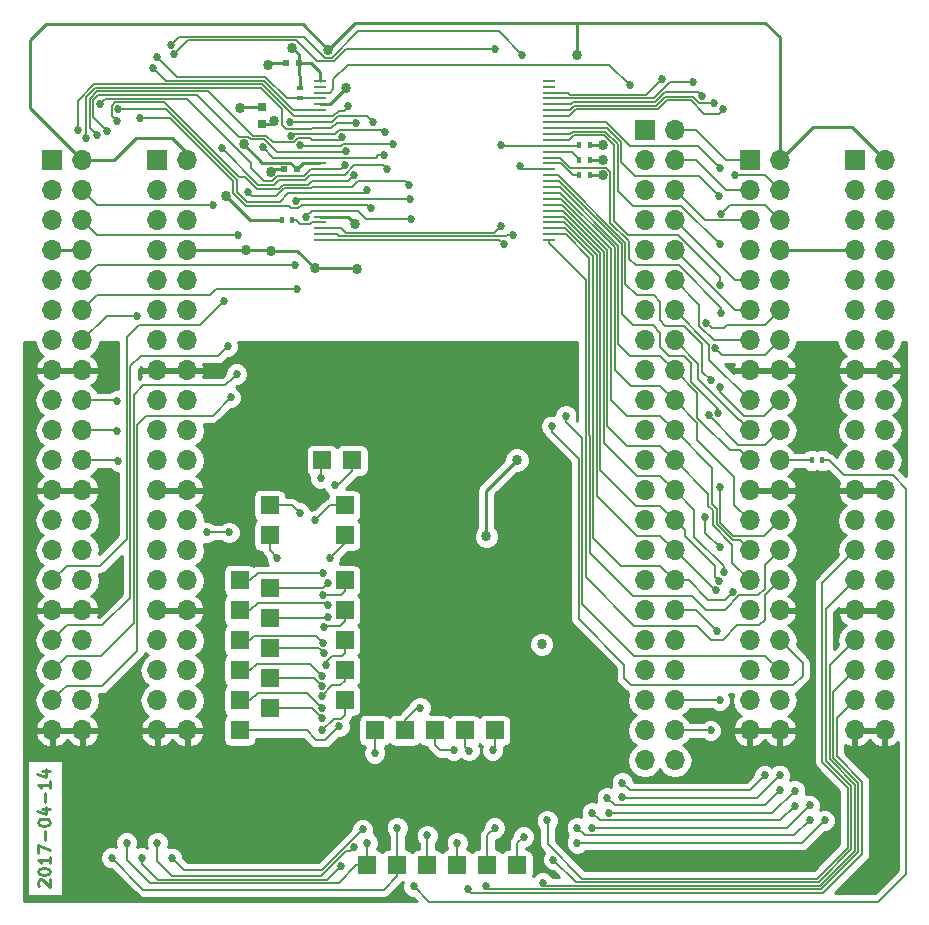
<source format=gbr>
G04 #@! TF.FileFunction,Copper,L1,Top,Signal*
%FSLAX46Y46*%
G04 Gerber Fmt 4.6, Leading zero omitted, Abs format (unit mm)*
G04 Created by KiCad (PCBNEW 4.0.5+dfsg1-4) date Sat Apr 15 00:30:14 2017*
%MOMM*%
%LPD*%
G01*
G04 APERTURE LIST*
%ADD10C,0.100000*%
%ADD11C,0.254000*%
%ADD12R,1.100000X0.250000*%
%ADD13R,1.700000X1.700000*%
%ADD14O,1.700000X1.700000*%
%ADD15R,0.600000X0.500000*%
%ADD16R,0.750000X0.800000*%
%ADD17R,0.400000X0.600000*%
%ADD18R,0.600000X0.400000*%
%ADD19R,1.500000X1.500000*%
%ADD20C,0.863600*%
%ADD21C,0.685800*%
%ADD22C,0.152400*%
G04 APERTURE END LIST*
D10*
D11*
X52880381Y-124949857D02*
X52832000Y-124901476D01*
X52783619Y-124804714D01*
X52783619Y-124562810D01*
X52832000Y-124466048D01*
X52880381Y-124417667D01*
X52977143Y-124369286D01*
X53073905Y-124369286D01*
X53219048Y-124417667D01*
X53799619Y-124998238D01*
X53799619Y-124369286D01*
X52783619Y-123740333D02*
X52783619Y-123643572D01*
X52832000Y-123546810D01*
X52880381Y-123498429D01*
X52977143Y-123450048D01*
X53170667Y-123401667D01*
X53412571Y-123401667D01*
X53606095Y-123450048D01*
X53702857Y-123498429D01*
X53751238Y-123546810D01*
X53799619Y-123643572D01*
X53799619Y-123740333D01*
X53751238Y-123837095D01*
X53702857Y-123885476D01*
X53606095Y-123933857D01*
X53412571Y-123982238D01*
X53170667Y-123982238D01*
X52977143Y-123933857D01*
X52880381Y-123885476D01*
X52832000Y-123837095D01*
X52783619Y-123740333D01*
X53799619Y-122434048D02*
X53799619Y-123014619D01*
X53799619Y-122724333D02*
X52783619Y-122724333D01*
X52928762Y-122821095D01*
X53025524Y-122917857D01*
X53073905Y-123014619D01*
X52783619Y-122095381D02*
X52783619Y-121418048D01*
X53799619Y-121853476D01*
X53412571Y-121031000D02*
X53412571Y-120256905D01*
X52783619Y-119579571D02*
X52783619Y-119482810D01*
X52832000Y-119386048D01*
X52880381Y-119337667D01*
X52977143Y-119289286D01*
X53170667Y-119240905D01*
X53412571Y-119240905D01*
X53606095Y-119289286D01*
X53702857Y-119337667D01*
X53751238Y-119386048D01*
X53799619Y-119482810D01*
X53799619Y-119579571D01*
X53751238Y-119676333D01*
X53702857Y-119724714D01*
X53606095Y-119773095D01*
X53412571Y-119821476D01*
X53170667Y-119821476D01*
X52977143Y-119773095D01*
X52880381Y-119724714D01*
X52832000Y-119676333D01*
X52783619Y-119579571D01*
X53122286Y-118370048D02*
X53799619Y-118370048D01*
X52735238Y-118611952D02*
X53460952Y-118853857D01*
X53460952Y-118224905D01*
X53412571Y-117837857D02*
X53412571Y-117063762D01*
X53799619Y-116047762D02*
X53799619Y-116628333D01*
X53799619Y-116338047D02*
X52783619Y-116338047D01*
X52928762Y-116434809D01*
X53025524Y-116531571D01*
X53073905Y-116628333D01*
X53122286Y-115176905D02*
X53799619Y-115176905D01*
X52735238Y-115418809D02*
X53460952Y-115660714D01*
X53460952Y-115031762D01*
D12*
X96060000Y-70250000D03*
X96060000Y-69750000D03*
X96060000Y-69250000D03*
X96060000Y-68750000D03*
X96060000Y-68250000D03*
X96060000Y-67750000D03*
X96060000Y-67250000D03*
X96060000Y-66750000D03*
X96060000Y-66250000D03*
X96060000Y-65750000D03*
X96060000Y-65250000D03*
X96060000Y-64750000D03*
X96060000Y-64250000D03*
X96060000Y-63750000D03*
X96060000Y-63250000D03*
X96060000Y-62750000D03*
X96060000Y-62250000D03*
X96060000Y-61750000D03*
X96060000Y-61250000D03*
X96060000Y-60750000D03*
X96060000Y-60250000D03*
X96060000Y-59750000D03*
X96060000Y-59250000D03*
X96060000Y-58750000D03*
X96060000Y-58250000D03*
X96060000Y-57750000D03*
X96060000Y-57250000D03*
X96060000Y-56750000D03*
X76660000Y-56750000D03*
X76660000Y-57250000D03*
X76660000Y-57750000D03*
X76660000Y-58250000D03*
X76660000Y-58750000D03*
X76660000Y-59250000D03*
X76660000Y-59750000D03*
X76660000Y-60250000D03*
X76660000Y-60750000D03*
X76660000Y-61250000D03*
X76660000Y-61750000D03*
X76660000Y-62250000D03*
X76660000Y-62750000D03*
X76660000Y-63250000D03*
X76660000Y-63750000D03*
X76660000Y-64250000D03*
X76660000Y-64750000D03*
X76660000Y-65250000D03*
X76660000Y-65750000D03*
X76660000Y-66250000D03*
X76660000Y-66750000D03*
X76660000Y-67250000D03*
X76660000Y-67750000D03*
X76660000Y-68250000D03*
X76660000Y-68750000D03*
X76660000Y-69250000D03*
X76660000Y-69750000D03*
X76660000Y-70250000D03*
D13*
X53975000Y-63500000D03*
D14*
X56515000Y-63500000D03*
X53975000Y-66040000D03*
X56515000Y-66040000D03*
X53975000Y-68580000D03*
X56515000Y-68580000D03*
X53975000Y-71120000D03*
X56515000Y-71120000D03*
X53975000Y-73660000D03*
X56515000Y-73660000D03*
X53975000Y-76200000D03*
X56515000Y-76200000D03*
X53975000Y-78740000D03*
X56515000Y-78740000D03*
X53975000Y-81280000D03*
X56515000Y-81280000D03*
X53975000Y-83820000D03*
X56515000Y-83820000D03*
X53975000Y-86360000D03*
X56515000Y-86360000D03*
X53975000Y-88900000D03*
X56515000Y-88900000D03*
X53975000Y-91440000D03*
X56515000Y-91440000D03*
X53975000Y-93980000D03*
X56515000Y-93980000D03*
X53975000Y-96520000D03*
X56515000Y-96520000D03*
X53975000Y-99060000D03*
X56515000Y-99060000D03*
X53975000Y-101600000D03*
X56515000Y-101600000D03*
X53975000Y-104140000D03*
X56515000Y-104140000D03*
X53975000Y-106680000D03*
X56515000Y-106680000D03*
X53975000Y-109220000D03*
X56515000Y-109220000D03*
X53975000Y-111760000D03*
X56515000Y-111760000D03*
D15*
X74718000Y-64262000D03*
X73618000Y-64262000D03*
X74845000Y-55245000D03*
X73745000Y-55245000D03*
D16*
X71755000Y-58940000D03*
X71755000Y-60440000D03*
D13*
X104140000Y-60960000D03*
D14*
X106680000Y-60960000D03*
X104140000Y-63500000D03*
X106680000Y-63500000D03*
X104140000Y-66040000D03*
X106680000Y-66040000D03*
X104140000Y-68580000D03*
X106680000Y-68580000D03*
X104140000Y-71120000D03*
X106680000Y-71120000D03*
X104140000Y-73660000D03*
X106680000Y-73660000D03*
X104140000Y-76200000D03*
X106680000Y-76200000D03*
X104140000Y-78740000D03*
X106680000Y-78740000D03*
X104140000Y-81280000D03*
X106680000Y-81280000D03*
X104140000Y-83820000D03*
X106680000Y-83820000D03*
X104140000Y-86360000D03*
X106680000Y-86360000D03*
X104140000Y-88900000D03*
X106680000Y-88900000D03*
X104140000Y-91440000D03*
X106680000Y-91440000D03*
X104140000Y-93980000D03*
X106680000Y-93980000D03*
X104140000Y-96520000D03*
X106680000Y-96520000D03*
X104140000Y-99060000D03*
X106680000Y-99060000D03*
X104140000Y-101600000D03*
X106680000Y-101600000D03*
X104140000Y-104140000D03*
X106680000Y-104140000D03*
X104140000Y-106680000D03*
X106680000Y-106680000D03*
X104140000Y-109220000D03*
X106680000Y-109220000D03*
X104140000Y-111760000D03*
X106680000Y-111760000D03*
X104140000Y-114300000D03*
X106680000Y-114300000D03*
D13*
X113030000Y-63500000D03*
D14*
X115570000Y-63500000D03*
X113030000Y-66040000D03*
X115570000Y-66040000D03*
X113030000Y-68580000D03*
X115570000Y-68580000D03*
X113030000Y-71120000D03*
X115570000Y-71120000D03*
X113030000Y-73660000D03*
X115570000Y-73660000D03*
X113030000Y-76200000D03*
X115570000Y-76200000D03*
X113030000Y-78740000D03*
X115570000Y-78740000D03*
X113030000Y-81280000D03*
X115570000Y-81280000D03*
X113030000Y-83820000D03*
X115570000Y-83820000D03*
X113030000Y-86360000D03*
X115570000Y-86360000D03*
X113030000Y-88900000D03*
X115570000Y-88900000D03*
X113030000Y-91440000D03*
X115570000Y-91440000D03*
X113030000Y-93980000D03*
X115570000Y-93980000D03*
X113030000Y-96520000D03*
X115570000Y-96520000D03*
X113030000Y-99060000D03*
X115570000Y-99060000D03*
X113030000Y-101600000D03*
X115570000Y-101600000D03*
X113030000Y-104140000D03*
X115570000Y-104140000D03*
X113030000Y-106680000D03*
X115570000Y-106680000D03*
X113030000Y-109220000D03*
X115570000Y-109220000D03*
X113030000Y-111760000D03*
X115570000Y-111760000D03*
D13*
X121920000Y-63500000D03*
D14*
X124460000Y-63500000D03*
X121920000Y-66040000D03*
X124460000Y-66040000D03*
X121920000Y-68580000D03*
X124460000Y-68580000D03*
X121920000Y-71120000D03*
X124460000Y-71120000D03*
X121920000Y-73660000D03*
X124460000Y-73660000D03*
X121920000Y-76200000D03*
X124460000Y-76200000D03*
X121920000Y-78740000D03*
X124460000Y-78740000D03*
X121920000Y-81280000D03*
X124460000Y-81280000D03*
X121920000Y-83820000D03*
X124460000Y-83820000D03*
X121920000Y-86360000D03*
X124460000Y-86360000D03*
X121920000Y-88900000D03*
X124460000Y-88900000D03*
X121920000Y-91440000D03*
X124460000Y-91440000D03*
X121920000Y-93980000D03*
X124460000Y-93980000D03*
X121920000Y-96520000D03*
X124460000Y-96520000D03*
X121920000Y-99060000D03*
X124460000Y-99060000D03*
X121920000Y-101600000D03*
X124460000Y-101600000D03*
X121920000Y-104140000D03*
X124460000Y-104140000D03*
X121920000Y-106680000D03*
X124460000Y-106680000D03*
X121920000Y-109220000D03*
X124460000Y-109220000D03*
X121920000Y-111760000D03*
X124460000Y-111760000D03*
D13*
X62865000Y-63500000D03*
D14*
X65405000Y-63500000D03*
X62865000Y-66040000D03*
X65405000Y-66040000D03*
X62865000Y-68580000D03*
X65405000Y-68580000D03*
X62865000Y-71120000D03*
X65405000Y-71120000D03*
X62865000Y-73660000D03*
X65405000Y-73660000D03*
X62865000Y-76200000D03*
X65405000Y-76200000D03*
X62865000Y-78740000D03*
X65405000Y-78740000D03*
X62865000Y-81280000D03*
X65405000Y-81280000D03*
X62865000Y-83820000D03*
X65405000Y-83820000D03*
X62865000Y-86360000D03*
X65405000Y-86360000D03*
X62865000Y-88900000D03*
X65405000Y-88900000D03*
X62865000Y-91440000D03*
X65405000Y-91440000D03*
X62865000Y-93980000D03*
X65405000Y-93980000D03*
X62865000Y-96520000D03*
X65405000Y-96520000D03*
X62865000Y-99060000D03*
X65405000Y-99060000D03*
X62865000Y-101600000D03*
X65405000Y-101600000D03*
X62865000Y-104140000D03*
X65405000Y-104140000D03*
X62865000Y-106680000D03*
X65405000Y-106680000D03*
X62865000Y-109220000D03*
X65405000Y-109220000D03*
X62865000Y-111760000D03*
X65405000Y-111760000D03*
D17*
X99510000Y-62230000D03*
X98610000Y-62230000D03*
D18*
X74930000Y-57335000D03*
X74930000Y-58235000D03*
D17*
X99510000Y-63500000D03*
X98610000Y-63500000D03*
X73395000Y-68580000D03*
X74295000Y-68580000D03*
X99510000Y-64770000D03*
X98610000Y-64770000D03*
X119195000Y-88900000D03*
X118295000Y-88900000D03*
D19*
X80645000Y-123190000D03*
X83185000Y-123190000D03*
X85725000Y-123190000D03*
X81280000Y-111760000D03*
X90805000Y-123190000D03*
X88265000Y-123190000D03*
X86360000Y-111760000D03*
X72390000Y-104775000D03*
X78740000Y-101600000D03*
X69850000Y-101600000D03*
X72390000Y-99695000D03*
X72390000Y-95250000D03*
X72390000Y-92710000D03*
X79375000Y-88900000D03*
X78740000Y-109220000D03*
X69850000Y-109220000D03*
X72390000Y-107315000D03*
X78740000Y-104140000D03*
X93345000Y-123190000D03*
X91440000Y-111760000D03*
X88900000Y-111760000D03*
X83820000Y-111760000D03*
X69850000Y-104140000D03*
X72390000Y-102235000D03*
X78740000Y-99060000D03*
X69850000Y-99060000D03*
X78740000Y-95250000D03*
X78740000Y-92710000D03*
X76835000Y-88900000D03*
X69850000Y-111760000D03*
X72390000Y-109855000D03*
X78740000Y-106680000D03*
X69850000Y-106680000D03*
D20*
X69850000Y-59055000D03*
X74295000Y-53975000D03*
X98425000Y-54610000D03*
X100584000Y-63449189D03*
X100584000Y-64770000D03*
X100584000Y-62230000D03*
X90727086Y-95337608D03*
X93328497Y-88864071D03*
X70189974Y-62144026D03*
X77371504Y-54134960D03*
X68684705Y-66548000D03*
X95433000Y-104465000D03*
X87020410Y-120015000D03*
X84353901Y-119521400D03*
X81593601Y-119761419D03*
X72494332Y-71123951D03*
X72481052Y-64457201D03*
X78840254Y-57386160D03*
X72211264Y-55455082D03*
X85372457Y-113739932D03*
X78105000Y-120015000D03*
X73025000Y-115570000D03*
X79756000Y-83185000D03*
X79756000Y-81915000D03*
X79756000Y-80645000D03*
X79783385Y-72723984D03*
X99774002Y-110807348D03*
X72548457Y-113967413D03*
X68218476Y-100433335D03*
X95720063Y-102772393D03*
X94742000Y-96520000D03*
X85090000Y-94615000D03*
X80645000Y-94615000D03*
X92386264Y-120885543D03*
X100766737Y-105994622D03*
X73660000Y-80645000D03*
X74930000Y-80645000D03*
X76200000Y-80645000D03*
X95250000Y-80010000D03*
X93980000Y-80010000D03*
X93980000Y-81280000D03*
X92710000Y-82550000D03*
X92710000Y-81280000D03*
X92710000Y-80010000D03*
X91440000Y-80010000D03*
X91440000Y-81280000D03*
X91440000Y-82550000D03*
X90170000Y-82550000D03*
X90170000Y-81280000D03*
X90170000Y-80010000D03*
X88900000Y-80010000D03*
X88900000Y-81280000D03*
X88900000Y-82550000D03*
X87630000Y-82550000D03*
X87630000Y-81280000D03*
X87630000Y-80010000D03*
X86360000Y-80010000D03*
X86360000Y-81280000D03*
X86360000Y-82550000D03*
X76200000Y-83185000D03*
X74930000Y-83185000D03*
X73660000Y-83185000D03*
X72390000Y-83185000D03*
X71120000Y-83185000D03*
X72390000Y-81915000D03*
X73660000Y-81915000D03*
X74930000Y-81915000D03*
X76200000Y-81915000D03*
X79633951Y-68868175D03*
X89864654Y-87955701D03*
X70358000Y-71120000D03*
X76200000Y-72644000D03*
X123952000Y-124206000D03*
X72754736Y-60198000D03*
X84455000Y-88265000D03*
X67945000Y-105410000D03*
D21*
X102870000Y-57150000D03*
X105629586Y-56598219D03*
X108253603Y-56890776D03*
X109031735Y-58064177D03*
X109982000Y-58635687D03*
X110744000Y-59182000D03*
X110555415Y-64152229D03*
X110464292Y-66483643D03*
X110821664Y-98323718D03*
X110462538Y-99081100D03*
X110174282Y-99909207D03*
X111622104Y-100043074D03*
X111760000Y-64770000D03*
X110234925Y-103334915D03*
X110647464Y-68009682D03*
X91948000Y-69088000D03*
X109355128Y-77254106D03*
X110491343Y-70612000D03*
X110138972Y-79416045D03*
X110491341Y-74074887D03*
X110531868Y-82641239D03*
X110372409Y-84914363D03*
X110490000Y-109220000D03*
X109552805Y-85090000D03*
X109722931Y-82113346D03*
X109728000Y-111760000D03*
X110590176Y-76455117D03*
X109245390Y-93726000D03*
X110540940Y-91114984D03*
X110491343Y-96266000D03*
X82326838Y-64262476D03*
X67564000Y-67310000D03*
X68326000Y-62484000D03*
X78994000Y-58928000D03*
X56134000Y-60960000D03*
X70564946Y-66184171D03*
X84177063Y-65592010D03*
X69719187Y-69850000D03*
X56841604Y-61596559D03*
X79735684Y-60306422D03*
X74618914Y-66916704D03*
X84283921Y-66741556D03*
X74544164Y-72390000D03*
X57766577Y-61368343D03*
X78516603Y-61480869D03*
X84336877Y-68432346D03*
X75476680Y-68290234D03*
X74676000Y-74422000D03*
X58661407Y-60994225D03*
X78858508Y-62678490D03*
X61193768Y-76633413D03*
X64262000Y-54510725D03*
X91502396Y-54095375D03*
X91940180Y-62207266D03*
X78738098Y-63903131D03*
X58017446Y-58679947D03*
X59471486Y-83837907D03*
X62842191Y-54705904D03*
X59463267Y-60155286D03*
X79527711Y-64767581D03*
X59479724Y-86385856D03*
X62513522Y-55669002D03*
X80662454Y-66040000D03*
X59587420Y-59148596D03*
X59571795Y-88945435D03*
X64054565Y-53698586D03*
X93743802Y-54543780D03*
X93554648Y-64008000D03*
X64116410Y-122576182D03*
X80264000Y-120142000D03*
X80967265Y-67564000D03*
X61409269Y-59878373D03*
X62871866Y-121256965D03*
X79557073Y-121657165D03*
X81164127Y-60233433D03*
X68527609Y-75423605D03*
X74088247Y-60249794D03*
X61552649Y-122551291D03*
X78409596Y-123235710D03*
X82144848Y-61128214D03*
X68834000Y-79248000D03*
X74167782Y-61392805D03*
X60283213Y-121269411D03*
X80645000Y-121285000D03*
X82807087Y-62088714D03*
X69598747Y-81582341D03*
X74983074Y-62231574D03*
X59020909Y-122544010D03*
X83185000Y-120015000D03*
X82063966Y-63074490D03*
X71788897Y-62393706D03*
X69088000Y-83566000D03*
X96283500Y-85998244D03*
X92202000Y-70612000D03*
X97471111Y-85133939D03*
X92964000Y-69850000D03*
X102235000Y-116205000D03*
X114299743Y-115572810D03*
X102235000Y-117432561D03*
X115567775Y-115549108D03*
X100965000Y-117475000D03*
X115570000Y-116840000D03*
X101142822Y-118752032D03*
X116847662Y-116852695D03*
X99695000Y-118745000D03*
X116835810Y-118156282D03*
X99695000Y-120015000D03*
X118103844Y-118097028D03*
X98425000Y-120015000D03*
X118103844Y-119365063D03*
X98425000Y-121285000D03*
X119380000Y-119380000D03*
X95885000Y-119380000D03*
X96408708Y-122690929D03*
X95504000Y-124649553D03*
X90678000Y-124954364D03*
X89154000Y-125222000D03*
X68949136Y-94998128D03*
X67056000Y-94996000D03*
X84582000Y-124968000D03*
X76708000Y-90424000D03*
X77925075Y-90984925D03*
X93892158Y-120758238D03*
X91440000Y-120015000D03*
X91268402Y-113450563D03*
X88265000Y-121285000D03*
X89270082Y-113468729D03*
X87980258Y-113438452D03*
X85128597Y-109823859D03*
X85725000Y-120650000D03*
X81280000Y-113665000D03*
X78272649Y-111416152D03*
X76835000Y-111760000D03*
X76835000Y-110693203D03*
X76835000Y-109855000D03*
X76834945Y-108814544D03*
X76833727Y-107976333D03*
X76853272Y-107138349D03*
X77144214Y-106208447D03*
X76955702Y-105233381D03*
X76936434Y-104395391D03*
X76955583Y-102968122D03*
X77362696Y-102121585D03*
X77349772Y-101100570D03*
X76866450Y-100271030D03*
X77323923Y-99304101D03*
X76871575Y-98438178D03*
X77470000Y-97155000D03*
X73025000Y-97155000D03*
X76200000Y-93980000D03*
X74930000Y-93345000D03*
D11*
X65405000Y-63500000D02*
X65405000Y-62891698D01*
X65405000Y-62891698D02*
X64129837Y-61616535D01*
X64129837Y-61616535D02*
X61057766Y-61616535D01*
X61057766Y-61616535D02*
X59174301Y-63500000D01*
X59174301Y-63500000D02*
X56515000Y-63500000D01*
X71755000Y-58940000D02*
X69965000Y-58940000D01*
X69965000Y-58940000D02*
X69850000Y-59055000D01*
X76660000Y-56750000D02*
X76660000Y-55997705D01*
X74930000Y-57335000D02*
X74930000Y-56361793D01*
X74845000Y-56276793D02*
X74845000Y-55245000D01*
X74930000Y-56361793D02*
X74845000Y-56276793D01*
X74845000Y-55245000D02*
X74845000Y-54525000D01*
X74845000Y-54525000D02*
X74295000Y-53975000D01*
X74845000Y-55245000D02*
X75907295Y-55245000D01*
X75907295Y-55245000D02*
X76660000Y-55997705D01*
X76660000Y-55997705D02*
X76660000Y-56743999D01*
X102362000Y-51854099D02*
X98425000Y-51854099D01*
X98425000Y-51854099D02*
X79652365Y-51854099D01*
X98425000Y-54610000D02*
X98425000Y-51854099D01*
X100533189Y-63500000D02*
X100584000Y-63449189D01*
X99510000Y-63500000D02*
X100533189Y-63500000D01*
X99510000Y-64770000D02*
X100584000Y-64770000D01*
X99510000Y-62230000D02*
X100584000Y-62230000D01*
X90727086Y-91465482D02*
X90727086Y-95337608D01*
X93328497Y-88864071D02*
X90727086Y-91465482D01*
X74845000Y-55245000D02*
X74795000Y-55245000D01*
X74138599Y-63732599D02*
X71778547Y-63732599D01*
X74668000Y-64262000D02*
X74138599Y-63732599D01*
X71778547Y-63732599D02*
X70189974Y-62144026D01*
X52070000Y-59055000D02*
X52070000Y-53340000D01*
X75190655Y-51954111D02*
X77371504Y-54134960D01*
X53455889Y-51954111D02*
X75190655Y-51954111D01*
X79652365Y-51854099D02*
X77371504Y-54134960D01*
X52070000Y-53340000D02*
X53455889Y-51954111D01*
X56515000Y-63500000D02*
X52070000Y-59055000D01*
X70716705Y-68580000D02*
X68684705Y-66548000D01*
X73395000Y-68580000D02*
X70716705Y-68580000D01*
X102362000Y-51854099D02*
X114338099Y-51854099D01*
X74718000Y-64262000D02*
X74668000Y-64262000D01*
X76660000Y-63750000D02*
X75230000Y-63750000D01*
X75230000Y-63750000D02*
X74718000Y-64262000D01*
X71755000Y-58940000D02*
X71126000Y-58940000D01*
X115570000Y-63500000D02*
X118364000Y-60706000D01*
X118364000Y-60706000D02*
X121666000Y-60706000D01*
X121666000Y-60706000D02*
X124460000Y-63500000D01*
X114338099Y-51854099D02*
X115570000Y-53086000D01*
X115570000Y-53086000D02*
X115570000Y-63500000D01*
X72494332Y-71123951D02*
X72490381Y-71120000D01*
X72490381Y-71120000D02*
X70358000Y-71120000D01*
X72494332Y-71123951D02*
X74679951Y-71123951D01*
X74679951Y-71123951D02*
X76200000Y-72644000D01*
X72481052Y-64457201D02*
X72676253Y-64262000D01*
X72676253Y-64262000D02*
X73618000Y-64262000D01*
X78408455Y-57817959D02*
X78840254Y-57386160D01*
X77476414Y-58750000D02*
X78408455Y-57817959D01*
X76660000Y-58750000D02*
X77476414Y-58750000D01*
X72421346Y-55245000D02*
X72211264Y-55455082D01*
X73745000Y-55245000D02*
X72421346Y-55245000D01*
X79756000Y-80645000D02*
X79756000Y-81915000D01*
X76200000Y-83185000D02*
X79756000Y-83185000D01*
X79756000Y-83185000D02*
X85725000Y-83185000D01*
X79756000Y-81915000D02*
X79756000Y-83185000D01*
X76200000Y-80645000D02*
X79756000Y-80645000D01*
X79703401Y-72644000D02*
X79783385Y-72723984D01*
X76200000Y-72644000D02*
X79703401Y-72644000D01*
X73660000Y-80645000D02*
X73660000Y-81915000D01*
X74930000Y-80645000D02*
X73660000Y-80645000D01*
X74930000Y-80645000D02*
X74930000Y-81915000D01*
X76200000Y-80645000D02*
X76200000Y-81915000D01*
X76200000Y-80645000D02*
X74930000Y-80645000D01*
X93980000Y-80010000D02*
X95250000Y-80010000D01*
X92710000Y-82550000D02*
X93980000Y-81280000D01*
X92710000Y-80010000D02*
X92710000Y-81280000D01*
X91440000Y-81280000D02*
X91440000Y-80010000D01*
X90170000Y-82550000D02*
X91440000Y-82550000D01*
X90170000Y-80010000D02*
X90170000Y-81280000D01*
X88900000Y-81280000D02*
X88900000Y-80010000D01*
X87630000Y-82550000D02*
X88900000Y-82550000D01*
X87630000Y-80010000D02*
X87630000Y-81280000D01*
X86360000Y-81280000D02*
X86360000Y-80010000D01*
X85725000Y-83185000D02*
X86360000Y-82550000D01*
X76200000Y-83185000D02*
X74930000Y-83185000D01*
X76200000Y-81915000D02*
X76200000Y-83185000D01*
X74930000Y-81915000D02*
X76200000Y-81915000D01*
X74930000Y-81915000D02*
X73660000Y-81915000D01*
X74930000Y-83185000D02*
X74930000Y-81915000D01*
X73660000Y-83185000D02*
X74930000Y-83185000D01*
X72390000Y-83185000D02*
X73660000Y-83185000D01*
X72390000Y-81915000D02*
X73660000Y-81915000D01*
X73660000Y-81915000D02*
X73660000Y-83185000D01*
X72390000Y-83185000D02*
X72390000Y-81915000D01*
X71120000Y-83185000D02*
X72390000Y-83185000D01*
X53975000Y-81280000D02*
X53340000Y-81280000D01*
X79015776Y-68250000D02*
X79633951Y-68868175D01*
X76660000Y-68250000D02*
X79015776Y-68250000D01*
X56515000Y-71120000D02*
X53975000Y-71120000D01*
X121920000Y-71120000D02*
X115570000Y-71120000D01*
X70358000Y-71120000D02*
X65405000Y-71120000D01*
X124460000Y-111760000D02*
X124460000Y-123698000D01*
X124460000Y-123698000D02*
X123952000Y-124206000D01*
X72512736Y-60440000D02*
X72754736Y-60198000D01*
X71755000Y-60440000D02*
X72512736Y-60440000D01*
D22*
X76660000Y-57750000D02*
X77460912Y-57750000D01*
X77460912Y-57750000D02*
X77783980Y-57426932D01*
X77783980Y-57426932D02*
X77783980Y-56626020D01*
X77783980Y-56626020D02*
X79008756Y-55401244D01*
X79008756Y-55401244D02*
X101121244Y-55401244D01*
X101121244Y-55401244D02*
X102870000Y-57150000D01*
X106680000Y-60960000D02*
X108456749Y-60960000D01*
X108456749Y-60960000D02*
X110996749Y-63500000D01*
X110996749Y-63500000D02*
X113030000Y-63500000D01*
X97790000Y-57945190D02*
X104282615Y-57945190D01*
X97629810Y-57785000D02*
X97790000Y-57945190D01*
X96797400Y-57785000D02*
X97629810Y-57785000D01*
X96060000Y-57750000D02*
X96762400Y-57750000D01*
X96762400Y-57750000D02*
X96797400Y-57785000D01*
X104282615Y-57945190D02*
X105629586Y-56598219D01*
X106680000Y-63500000D02*
X108457396Y-63500000D01*
X108457396Y-63500000D02*
X110997396Y-66040000D01*
X110997396Y-66040000D02*
X113030000Y-66040000D01*
X113028808Y-68581192D02*
X113030000Y-68580000D01*
X106680000Y-66040000D02*
X109221192Y-68581192D01*
X109221192Y-68581192D02*
X113028808Y-68581192D01*
X96060000Y-58250000D02*
X104892252Y-58250000D01*
X104892252Y-58250000D02*
X106251476Y-56890776D01*
X106251476Y-56890776D02*
X108253603Y-56890776D01*
X108688836Y-57721278D02*
X109031735Y-58064177D01*
X105852040Y-57721278D02*
X108688836Y-57721278D01*
X105017481Y-58555836D02*
X105852040Y-57721278D01*
X96060000Y-58750000D02*
X97881542Y-58750000D01*
X98075706Y-58555836D02*
X105017481Y-58555836D01*
X97881542Y-58750000D02*
X98075706Y-58555836D01*
X106680000Y-68580000D02*
X111760000Y-73660000D01*
X111760000Y-73660000D02*
X113030000Y-73660000D01*
X111760000Y-76200000D02*
X113030000Y-76200000D01*
X106680000Y-71120000D02*
X111760000Y-76200000D01*
X108740686Y-58635687D02*
X109982000Y-58635687D01*
X108220188Y-58115189D02*
X108740686Y-58635687D01*
X105889196Y-58115189D02*
X108220188Y-58115189D01*
X98201962Y-58860647D02*
X105143737Y-58860647D01*
X97812609Y-59250000D02*
X98201962Y-58860647D01*
X105143737Y-58860647D02*
X105889196Y-58115189D01*
X96060000Y-59250000D02*
X97812609Y-59250000D01*
X109995198Y-78740000D02*
X113030000Y-78740000D01*
X108783626Y-77528428D02*
X109995198Y-78740000D01*
X108783626Y-75763626D02*
X108783626Y-77528428D01*
X106680000Y-73660000D02*
X108783626Y-75763626D01*
X96060000Y-59750000D02*
X97743676Y-59750000D01*
X110401101Y-59524899D02*
X110744000Y-59182000D01*
X97743676Y-59750000D02*
X98328218Y-59165458D01*
X98328218Y-59165458D02*
X105269994Y-59165458D01*
X105269994Y-59165458D02*
X106015452Y-58420000D01*
X106015452Y-58420000D02*
X108093932Y-58420000D01*
X108093932Y-58420000D02*
X109198831Y-59524899D01*
X109198831Y-59524899D02*
X110401101Y-59524899D01*
X109567462Y-79087462D02*
X109567462Y-80357462D01*
X106680000Y-76200000D02*
X109567462Y-79087462D01*
X109567462Y-80357462D02*
X113030000Y-83820000D01*
X108649313Y-62246127D02*
X110555415Y-64152229D01*
X102870722Y-62246127D02*
X108649313Y-62246127D01*
X100874595Y-60250000D02*
X102870722Y-62246127D01*
X96060000Y-60250000D02*
X100874595Y-60250000D01*
X108691150Y-82041417D02*
X112159734Y-85510001D01*
X112159734Y-85510001D02*
X112180001Y-85510001D01*
X112180001Y-85510001D02*
X113030000Y-86360000D01*
X106680000Y-78740000D02*
X108691150Y-80751150D01*
X108691150Y-80751150D02*
X108691150Y-82041417D01*
X108781549Y-64800900D02*
X110464292Y-66483643D01*
X103366135Y-64800900D02*
X108781549Y-64800900D01*
X96060000Y-60750000D02*
X100943528Y-60750000D01*
X102158834Y-61965306D02*
X102158834Y-63593599D01*
X100943528Y-60750000D02*
X102158834Y-61965306D01*
X102158834Y-63593599D02*
X103366135Y-64800900D01*
X111341068Y-88050001D02*
X112180001Y-88050001D01*
X112180001Y-88050001D02*
X113030000Y-88900000D01*
X106680000Y-81280000D02*
X108576098Y-83176098D01*
X108576098Y-83176098D02*
X108576098Y-85285032D01*
X108576098Y-85285032D02*
X108908541Y-85617474D01*
X108908541Y-85617474D02*
X111341068Y-88050001D01*
X105426212Y-80026212D02*
X106680000Y-81280000D01*
X101908700Y-79009081D02*
X102925831Y-80026212D01*
X96939812Y-65750000D02*
X101908700Y-70718888D01*
X101908700Y-70718888D02*
X101908700Y-79009081D01*
X102925831Y-80026212D02*
X105426212Y-80026212D01*
X96060000Y-65750000D02*
X96939812Y-65750000D01*
X111715306Y-92665306D02*
X113030000Y-93980000D01*
X108603730Y-87203846D02*
X111715306Y-90315422D01*
X106680000Y-83820000D02*
X108603730Y-85743730D01*
X108603730Y-85743730D02*
X108603730Y-87203846D01*
X111715306Y-90315422D02*
X111715306Y-92665306D01*
X101603889Y-81212901D02*
X102955002Y-82564014D01*
X105424014Y-82564014D02*
X106680000Y-83820000D01*
X101603889Y-70845144D02*
X101603889Y-81212901D01*
X102955002Y-82564014D02*
X105424014Y-82564014D01*
X96060000Y-66250000D02*
X97008745Y-66250000D01*
X97008745Y-66250000D02*
X101603889Y-70845144D01*
X112180001Y-95670001D02*
X113030000Y-96520000D01*
X111599342Y-95670001D02*
X112180001Y-95670001D01*
X110236129Y-92997754D02*
X110236129Y-94306788D01*
X109840765Y-92602390D02*
X110236129Y-92997754D01*
X109840765Y-89520765D02*
X109840765Y-92602390D01*
X110236129Y-94306788D02*
X111599342Y-95670001D01*
X106680000Y-86360000D02*
X109840765Y-89520765D01*
X105450985Y-85130985D02*
X106680000Y-86360000D01*
X102648714Y-85130985D02*
X105450985Y-85130985D01*
X101299078Y-83781349D02*
X102648714Y-85130985D01*
X97077678Y-66750000D02*
X101299078Y-70971400D01*
X96060000Y-66750000D02*
X97077678Y-66750000D01*
X101299078Y-70971400D02*
X101299078Y-83781349D01*
X111520559Y-97550559D02*
X113030000Y-99060000D01*
X106680000Y-88900000D02*
X109535954Y-91755954D01*
X109535954Y-91755954D02*
X109535954Y-92728645D01*
X109535954Y-92728645D02*
X109898100Y-93090791D01*
X109898100Y-93090791D02*
X109898100Y-94399826D01*
X109898100Y-94399826D02*
X111520559Y-96022285D01*
X111520559Y-96022285D02*
X111520559Y-97550559D01*
X105419617Y-87639617D02*
X106680000Y-88900000D01*
X97146611Y-67250000D02*
X100994267Y-71097656D01*
X96060000Y-67250000D02*
X97146611Y-67250000D01*
X100994267Y-85955999D02*
X102677885Y-87639617D01*
X100994267Y-71097656D02*
X100994267Y-85955999D01*
X102677885Y-87639617D02*
X105419617Y-87639617D01*
X108328488Y-95345609D02*
X110821664Y-97838785D01*
X106680000Y-91440000D02*
X108328488Y-93088488D01*
X108328488Y-93088488D02*
X108328488Y-95345609D01*
X110821664Y-97838785D02*
X110821664Y-98323718D01*
X97215544Y-67750000D02*
X100689456Y-71223912D01*
X100693755Y-87432883D02*
X103452875Y-90192003D01*
X105432003Y-90192003D02*
X106680000Y-91440000D01*
X103452875Y-90192003D02*
X105432003Y-90192003D01*
X96060000Y-67750000D02*
X97215544Y-67750000D01*
X100689456Y-86250815D02*
X100693755Y-86255114D01*
X100693755Y-86255114D02*
X100693755Y-87432883D01*
X100689456Y-71223912D02*
X100689456Y-86250815D01*
X107529999Y-95303860D02*
X110069117Y-97842978D01*
X110069117Y-97842978D02*
X110069117Y-98687679D01*
X110069117Y-98687679D02*
X110119639Y-98738201D01*
X110119639Y-98738201D02*
X110462538Y-99081100D01*
X107529999Y-94829999D02*
X107529999Y-95303860D01*
X106680000Y-93980000D02*
X107529999Y-94829999D01*
X100388944Y-89668072D02*
X103436092Y-92715220D01*
X96060000Y-68250000D02*
X97284477Y-68250000D01*
X105415220Y-92715220D02*
X106680000Y-93980000D01*
X103436092Y-92715220D02*
X105415220Y-92715220D01*
X100388944Y-86381370D02*
X100388944Y-89668072D01*
X100384645Y-71350168D02*
X100384645Y-86377071D01*
X100384645Y-86377071D02*
X100388944Y-86381370D01*
X97284477Y-68250000D02*
X100384645Y-71350168D01*
X106680000Y-96520000D02*
X110069207Y-99909207D01*
X110069207Y-99909207D02*
X110174282Y-99909207D01*
X105456777Y-95296777D02*
X106680000Y-96520000D01*
X103477649Y-95296777D02*
X105456777Y-95296777D01*
X100079834Y-86503327D02*
X100084133Y-86507626D01*
X100079834Y-71476424D02*
X100079834Y-86503327D01*
X97353410Y-68750000D02*
X100079834Y-71476424D01*
X96060000Y-68750000D02*
X97353410Y-68750000D01*
X100084133Y-86507626D02*
X100084133Y-91903261D01*
X100084133Y-91903261D02*
X103477649Y-95296777D01*
X110972359Y-100692819D02*
X111622104Y-100043074D01*
X106680000Y-99060000D02*
X107882081Y-99060000D01*
X107882081Y-99060000D02*
X109514900Y-100692819D01*
X109514900Y-100692819D02*
X110972359Y-100692819D01*
X115570000Y-66040000D02*
X114300000Y-64770000D01*
X114300000Y-64770000D02*
X111760000Y-64770000D01*
X102116006Y-97798006D02*
X105418006Y-97798006D01*
X105418006Y-97798006D02*
X106680000Y-99060000D01*
X99775023Y-86629583D02*
X99779322Y-86633882D01*
X99775023Y-71602680D02*
X99775023Y-86629583D01*
X96060000Y-69250000D02*
X97422343Y-69250000D01*
X99779322Y-95461322D02*
X102116006Y-97798006D01*
X99779322Y-86633882D02*
X99779322Y-95461322D01*
X97422343Y-69250000D02*
X99775023Y-71602680D01*
X108500010Y-101600000D02*
X109892026Y-102992016D01*
X109892026Y-102992016D02*
X110234925Y-103334915D01*
X106680000Y-101600000D02*
X108500010Y-101600000D01*
X76660000Y-69250000D02*
X78436134Y-69250000D01*
X78436134Y-69250000D02*
X78813609Y-69627475D01*
X78813609Y-69627475D02*
X91408525Y-69627475D01*
X91408525Y-69627475D02*
X91948000Y-69088000D01*
X111352890Y-67304256D02*
X110647464Y-68009682D01*
X114294256Y-67304256D02*
X111352890Y-67304256D01*
X115570000Y-68580000D02*
X114294256Y-67304256D01*
X115570000Y-76200000D02*
X114300000Y-77470000D01*
X114300000Y-77470000D02*
X111125000Y-77470000D01*
X111125000Y-77470000D02*
X110885850Y-77709150D01*
X110885850Y-77709150D02*
X109810172Y-77709150D01*
X109810172Y-77709150D02*
X109355128Y-77254106D01*
X103144942Y-67344613D02*
X107223956Y-67344613D01*
X107223956Y-67344613D02*
X110491343Y-70612000D01*
X97840531Y-61250000D02*
X98034857Y-61055674D01*
X98034857Y-61055674D02*
X100818135Y-61055674D01*
X100818135Y-61055674D02*
X101854023Y-62091562D01*
X101854023Y-62091562D02*
X101854023Y-66053694D01*
X96060000Y-61250000D02*
X97840531Y-61250000D01*
X101854023Y-66053694D02*
X103144942Y-67344613D01*
X115570000Y-78740000D02*
X114311316Y-79998684D01*
X110721611Y-79998684D02*
X110138972Y-79416045D01*
X114311316Y-79998684D02*
X110721611Y-79998684D01*
X110491341Y-73402283D02*
X110491341Y-74074887D01*
X102758166Y-69844088D02*
X106933146Y-69844088D01*
X101549212Y-68635133D02*
X102758166Y-69844088D01*
X106933146Y-69844088D02*
X110491341Y-73402283D01*
X101549212Y-62217818D02*
X101549212Y-68635133D01*
X96060000Y-61750000D02*
X97771598Y-61750000D01*
X98161113Y-61360485D02*
X100691879Y-61360485D01*
X100691879Y-61360485D02*
X101549212Y-62217818D01*
X97771598Y-61750000D02*
X98161113Y-61360485D01*
X96060000Y-65250000D02*
X96870879Y-65250000D01*
X96870879Y-65250000D02*
X102213511Y-70592632D01*
X102213511Y-70592632D02*
X102213511Y-76536512D01*
X102213511Y-76536512D02*
X103126165Y-77449166D01*
X103126165Y-77449166D02*
X104810686Y-77449166D01*
X107504117Y-80061524D02*
X108063417Y-80620824D01*
X108063417Y-80620824D02*
X108063417Y-82232351D01*
X108063417Y-82232351D02*
X110363673Y-84532607D01*
X104810686Y-77449166D02*
X105441255Y-78079735D01*
X105441255Y-78079735D02*
X105441255Y-79313849D01*
X105441255Y-79313849D02*
X106188930Y-80061524D01*
X106188930Y-80061524D02*
X107504117Y-80061524D01*
X110363673Y-84532607D02*
X110363673Y-84905627D01*
X110363673Y-84905627D02*
X110372409Y-84914363D01*
X112518544Y-85112848D02*
X110531868Y-83126172D01*
X114277152Y-85112848D02*
X112518544Y-85112848D01*
X115570000Y-83820000D02*
X114277152Y-85112848D01*
X110531868Y-83126172D02*
X110531868Y-82641239D01*
X110490000Y-109220000D02*
X106680000Y-109220000D01*
X112047197Y-87584392D02*
X109552805Y-85090000D01*
X115570000Y-86360000D02*
X114345608Y-87584392D01*
X114345608Y-87584392D02*
X112047197Y-87584392D01*
X108997273Y-79028815D02*
X108997273Y-81387688D01*
X108997273Y-81387688D02*
X109722931Y-82113346D01*
X107445045Y-77476587D02*
X108997273Y-79028815D01*
X105857195Y-77476587D02*
X107445045Y-77476587D01*
X105414810Y-77034202D02*
X105857195Y-77476587D01*
X104895228Y-74932787D02*
X105414810Y-75452369D01*
X96060000Y-64750000D02*
X96801946Y-64750000D01*
X103466943Y-74932787D02*
X104895228Y-74932787D01*
X102518322Y-70466376D02*
X102518322Y-73984166D01*
X105414810Y-75452369D02*
X105414810Y-77034202D01*
X102518322Y-73984166D02*
X103466943Y-74932787D01*
X96801946Y-64750000D02*
X102518322Y-70466376D01*
X109728000Y-111760000D02*
X106680000Y-111760000D01*
X97809065Y-64109599D02*
X100900993Y-64109599D01*
X101244401Y-64453007D02*
X101244401Y-68761389D01*
X110590176Y-75970184D02*
X110590176Y-76455117D01*
X107008383Y-72388391D02*
X110590176Y-75970184D01*
X102823133Y-70340120D02*
X102823133Y-71835133D01*
X101244401Y-68761389D02*
X102823133Y-70340120D01*
X103376391Y-72388391D02*
X107008383Y-72388391D01*
X96949466Y-63250000D02*
X97809065Y-64109599D01*
X100900993Y-64109599D02*
X101244401Y-64453007D01*
X96060000Y-63250000D02*
X96949466Y-63250000D01*
X102823133Y-71835133D02*
X103376391Y-72388391D01*
X109245390Y-95020047D02*
X109245390Y-94210933D01*
X110491343Y-96266000D02*
X109245390Y-95020047D01*
X109245390Y-94210933D02*
X109245390Y-93726000D01*
X114269031Y-95280969D02*
X111641377Y-95280969D01*
X111641377Y-95280969D02*
X110540940Y-94180532D01*
X115570000Y-93980000D02*
X114269031Y-95280969D01*
X110540940Y-94180532D02*
X110540940Y-91114984D01*
X79567476Y-63919577D02*
X81983939Y-63919577D01*
X76660000Y-64750000D02*
X78737053Y-64750000D01*
X78737053Y-64750000D02*
X79567476Y-63919577D01*
X81983939Y-63919577D02*
X82326838Y-64262476D01*
X75805429Y-64750000D02*
X75408417Y-65147012D01*
X71428386Y-65586386D02*
X68326000Y-62484000D01*
X76660000Y-64750000D02*
X75805429Y-64750000D01*
X75408417Y-65147012D02*
X73163028Y-65147012D01*
X73163028Y-65147012D02*
X72723654Y-65586386D01*
X72723654Y-65586386D02*
X71428386Y-65586386D01*
X67564000Y-67310000D02*
X57785000Y-67310000D01*
X57785000Y-67310000D02*
X56515000Y-66040000D01*
X56134000Y-60475067D02*
X56134000Y-60960000D01*
X56134000Y-58424368D02*
X56134000Y-60475067D01*
X71774543Y-57049875D02*
X57508493Y-57049875D01*
X57508493Y-57049875D02*
X56134000Y-58424368D01*
X74474670Y-59750000D02*
X71774543Y-57049875D01*
X76660000Y-59750000D02*
X74474670Y-59750000D01*
X78227014Y-59270899D02*
X78651101Y-59270899D01*
X77747913Y-59750000D02*
X78227014Y-59270899D01*
X76660000Y-59750000D02*
X77747913Y-59750000D01*
X78651101Y-59270899D02*
X78994000Y-58928000D01*
X83834164Y-65249111D02*
X84177063Y-65592010D01*
X76660000Y-65750000D02*
X79353103Y-65750000D01*
X79353103Y-65750000D02*
X79853992Y-65249111D01*
X79853992Y-65249111D02*
X83834164Y-65249111D01*
X72969289Y-66527070D02*
X70907845Y-66527070D01*
X70907845Y-66527070D02*
X70564946Y-66184171D01*
X73647374Y-65848985D02*
X72969289Y-66527070D01*
X76660000Y-65750000D02*
X75957600Y-65750000D01*
X75858615Y-65848985D02*
X73647374Y-65848985D01*
X75957600Y-65750000D02*
X75858615Y-65848985D01*
X57785000Y-69850000D02*
X69719187Y-69850000D01*
X56515000Y-68580000D02*
X57785000Y-69850000D01*
X73813926Y-60821295D02*
X73458034Y-60465403D01*
X75957600Y-60750000D02*
X75886305Y-60821295D01*
X76660000Y-60750000D02*
X75957600Y-60750000D01*
X75886305Y-60821295D02*
X73813926Y-60821295D01*
X73458034Y-60465403D02*
X73458034Y-59164433D01*
X73458034Y-59164433D02*
X71648287Y-57354686D01*
X57634749Y-57354686D02*
X56833283Y-58156152D01*
X71648287Y-57354686D02*
X57634749Y-57354686D01*
X56833283Y-61103305D02*
X56841604Y-61111626D01*
X56833283Y-58156152D02*
X56833283Y-61103305D01*
X56841604Y-61111626D02*
X56841604Y-61596559D01*
X79250751Y-60306422D02*
X79735684Y-60306422D01*
X78053624Y-60306422D02*
X79250751Y-60306422D01*
X77610046Y-60750000D02*
X78053624Y-60306422D01*
X76660000Y-60750000D02*
X77610046Y-60750000D01*
X74785618Y-66750000D02*
X74618914Y-66916704D01*
X76660000Y-66750000D02*
X74785618Y-66750000D01*
X84275477Y-66750000D02*
X84283921Y-66741556D01*
X76660000Y-66750000D02*
X84275477Y-66750000D01*
X57785000Y-72390000D02*
X74544164Y-72390000D01*
X56515000Y-73660000D02*
X57785000Y-72390000D01*
X57761005Y-57659497D02*
X57141133Y-58279369D01*
X75848606Y-61641006D02*
X74765403Y-61641006D01*
X75957600Y-61750000D02*
X75848606Y-61641006D01*
X72073098Y-61401016D02*
X70946996Y-61401016D01*
X72636388Y-61964306D02*
X72073098Y-61401016D01*
X74442103Y-61964306D02*
X72636388Y-61964306D01*
X74765403Y-61641006D02*
X74442103Y-61964306D01*
X70946996Y-61401016D02*
X67205477Y-57659497D01*
X76660000Y-61750000D02*
X75957600Y-61750000D01*
X67205477Y-57659497D02*
X57761005Y-57659497D01*
X57141133Y-58279369D02*
X57141133Y-60742899D01*
X57141133Y-60742899D02*
X57423678Y-61025444D01*
X57423678Y-61025444D02*
X57766577Y-61368343D01*
X76660000Y-61750000D02*
X78247472Y-61750000D01*
X78247472Y-61750000D02*
X78516603Y-61480869D01*
X74676000Y-74422000D02*
X67858824Y-74422000D01*
X67858824Y-74422000D02*
X67356959Y-74923865D01*
X67356959Y-74923865D02*
X57791135Y-74923865D01*
X57791135Y-74923865D02*
X56515000Y-76200000D01*
X80540524Y-68432346D02*
X84336877Y-68432346D01*
X79858178Y-67750000D02*
X80540524Y-68432346D01*
X76660000Y-67750000D02*
X79858178Y-67750000D01*
X75476680Y-68230920D02*
X75476680Y-68290234D01*
X76660000Y-67750000D02*
X75957600Y-67750000D01*
X75957600Y-67750000D02*
X75476680Y-68230920D01*
X76660000Y-62750000D02*
X75957600Y-62750000D01*
X75957600Y-62750000D02*
X75904524Y-62803076D01*
X75904524Y-62803076D02*
X73044091Y-62803076D01*
X73044091Y-62803076D02*
X71946842Y-61705827D01*
X71946842Y-61705827D02*
X70820740Y-61705827D01*
X70820740Y-61705827D02*
X70596804Y-61481890D01*
X70596804Y-61481890D02*
X69775075Y-61481890D01*
X69775075Y-61481890D02*
X66257493Y-57964308D01*
X66257493Y-57964308D02*
X57887261Y-57964308D01*
X57887261Y-57964308D02*
X57445944Y-58405625D01*
X57445944Y-58405625D02*
X57445944Y-59778762D01*
X57445944Y-59778762D02*
X58318508Y-60651326D01*
X58318508Y-60651326D02*
X58661407Y-60994225D01*
X76660000Y-62750000D02*
X78786998Y-62750000D01*
X78786998Y-62750000D02*
X78858508Y-62678490D01*
X56515000Y-78740000D02*
X58621587Y-76633413D01*
X58621587Y-76633413D02*
X60708835Y-76633413D01*
X60708835Y-76633413D02*
X61193768Y-76633413D01*
X74611994Y-53314598D02*
X65458127Y-53314598D01*
X77814754Y-55100173D02*
X76397569Y-55100173D01*
X78819552Y-54095375D02*
X77814754Y-55100173D01*
X76397569Y-55100173D02*
X74611994Y-53314598D01*
X65458127Y-53314598D02*
X64604899Y-54167826D01*
X64604899Y-54167826D02*
X64262000Y-54510725D01*
X91502396Y-54095375D02*
X78819552Y-54095375D01*
X91982914Y-62250000D02*
X91940180Y-62207266D01*
X96060000Y-62250000D02*
X91982914Y-62250000D01*
X96060000Y-62250000D02*
X98590000Y-62250000D01*
X98590000Y-62250000D02*
X98610000Y-62230000D01*
X72597398Y-65281575D02*
X71952953Y-65281575D01*
X71952953Y-65281575D02*
X70846647Y-64175269D01*
X70846647Y-64175269D02*
X70846647Y-63734647D01*
X70846647Y-63734647D02*
X65381119Y-58269119D01*
X65381119Y-58269119D02*
X58428274Y-58269119D01*
X76660000Y-64250000D02*
X75874362Y-64250000D01*
X75874362Y-64250000D02*
X75282161Y-64842201D01*
X75282161Y-64842201D02*
X73036772Y-64842201D01*
X73036772Y-64842201D02*
X72597398Y-65281575D01*
X58428274Y-58269119D02*
X58017446Y-58679947D01*
X78391229Y-64250000D02*
X78395199Y-64246030D01*
X76660000Y-64250000D02*
X78391229Y-64250000D01*
X78395199Y-64246030D02*
X78738098Y-63903131D01*
X59453579Y-83820000D02*
X59471486Y-83837907D01*
X56515000Y-83820000D02*
X59453579Y-83820000D01*
X74930000Y-58235000D02*
X73821802Y-58235000D01*
X73821802Y-58235000D02*
X72016023Y-56429221D01*
X72016023Y-56429221D02*
X64565508Y-56429221D01*
X64565508Y-56429221D02*
X63185090Y-55048803D01*
X63185090Y-55048803D02*
X62842191Y-54705904D01*
X76660000Y-58250000D02*
X74945000Y-58250000D01*
X74945000Y-58250000D02*
X74930000Y-58235000D01*
X70345321Y-64934388D02*
X69830304Y-64934388D01*
X71302130Y-65891197D02*
X70345321Y-64934388D01*
X75957600Y-65250000D02*
X75663425Y-65544175D01*
X75663425Y-65544175D02*
X73521117Y-65544175D01*
X59015918Y-58874274D02*
X59015918Y-59707937D01*
X73174095Y-65891197D02*
X71302130Y-65891197D01*
X73521117Y-65544175D02*
X73174095Y-65891197D01*
X59316262Y-58573930D02*
X59015918Y-58874274D01*
X63469846Y-58573930D02*
X59316262Y-58573930D01*
X59015918Y-59707937D02*
X59120368Y-59812387D01*
X76660000Y-65250000D02*
X75957600Y-65250000D01*
X59120368Y-59812387D02*
X59463267Y-60155286D01*
X69830304Y-64934388D02*
X63469846Y-58573930D01*
X79184812Y-65110480D02*
X79527711Y-64767581D01*
X79045292Y-65250000D02*
X79184812Y-65110480D01*
X76660000Y-65250000D02*
X79045292Y-65250000D01*
X59453868Y-86360000D02*
X59479724Y-86385856D01*
X56515000Y-86360000D02*
X59453868Y-86360000D01*
X74405736Y-59250000D02*
X71889768Y-56734032D01*
X62856421Y-56011901D02*
X62513522Y-55669002D01*
X63578552Y-56734032D02*
X62856421Y-56011901D01*
X76660000Y-59250000D02*
X74405736Y-59250000D01*
X71889768Y-56734032D02*
X63578552Y-56734032D01*
X73239630Y-66981652D02*
X70438235Y-66981652D01*
X70438235Y-66981652D02*
X69616364Y-66159781D01*
X63613446Y-59148596D02*
X59587420Y-59148596D01*
X69616364Y-66159781D02*
X69616364Y-65151515D01*
X69616364Y-65151515D02*
X63613446Y-59148596D01*
X73971282Y-66250000D02*
X73239630Y-66981652D01*
X76660000Y-66250000D02*
X73971282Y-66250000D01*
X80452454Y-66250000D02*
X80662454Y-66040000D01*
X76660000Y-66250000D02*
X80452454Y-66250000D01*
X59526360Y-88900000D02*
X59571795Y-88945435D01*
X56515000Y-88900000D02*
X59526360Y-88900000D01*
X77658342Y-54795362D02*
X77054510Y-54795362D01*
X77054510Y-54795362D02*
X75268935Y-53009787D01*
X75268935Y-53009787D02*
X64743364Y-53009787D01*
X64743364Y-53009787D02*
X64397464Y-53355687D01*
X64397464Y-53355687D02*
X64054565Y-53698586D01*
X93743802Y-54543780D02*
X91778022Y-52578000D01*
X91778022Y-52578000D02*
X79875704Y-52578000D01*
X79875704Y-52578000D02*
X77658342Y-54795362D01*
X93796648Y-64250000D02*
X93554648Y-64008000D01*
X96060000Y-64250000D02*
X93796648Y-64250000D01*
X80264000Y-120142000D02*
X76799466Y-123606534D01*
X76799466Y-123606534D02*
X65165757Y-123606534D01*
X65165757Y-123606534D02*
X64135405Y-122576182D01*
X64135405Y-122576182D02*
X64116410Y-122576182D01*
X63912157Y-59878373D02*
X61409269Y-59878373D01*
X69311553Y-65277770D02*
X63912157Y-59878373D01*
X74798323Y-67557231D02*
X74184968Y-67557231D01*
X74184968Y-67557231D02*
X74024136Y-67396399D01*
X74024136Y-67396399D02*
X70421915Y-67396399D01*
X75105554Y-67250000D02*
X74798323Y-67557231D01*
X70421915Y-67396399D02*
X69311553Y-66286037D01*
X76660000Y-67250000D02*
X75105554Y-67250000D01*
X69311553Y-66286037D02*
X69311553Y-65277770D01*
X76660000Y-67250000D02*
X80653265Y-67250000D01*
X80653265Y-67250000D02*
X80967265Y-67564000D01*
X76737074Y-124099993D02*
X64135000Y-124099993D01*
X62871866Y-121256965D02*
X62871866Y-122836859D01*
X62871866Y-122836859D02*
X64135000Y-124099993D01*
X79557073Y-121657165D02*
X79214174Y-122000064D01*
X79214174Y-122000064D02*
X78837003Y-122000064D01*
X78837003Y-122000064D02*
X76737074Y-124099993D01*
X55231863Y-97803137D02*
X58004560Y-97803137D01*
X58004560Y-97803137D02*
X60272196Y-95535501D01*
X60272196Y-95535501D02*
X60272196Y-78474405D01*
X60272196Y-78474405D02*
X61299850Y-77446751D01*
X61299850Y-77446751D02*
X66504463Y-77446751D01*
X53975000Y-99060000D02*
X55231863Y-97803137D01*
X66504463Y-77446751D02*
X68184710Y-75766504D01*
X68184710Y-75766504D02*
X68527609Y-75423605D01*
X76660000Y-60250000D02*
X77678979Y-60250000D01*
X77678979Y-60250000D02*
X78219728Y-59709251D01*
X78219728Y-59709251D02*
X80639945Y-59709251D01*
X80639945Y-59709251D02*
X81164127Y-60233433D01*
X74088453Y-60250000D02*
X74088247Y-60249794D01*
X76660000Y-60250000D02*
X74088453Y-60250000D01*
X62921229Y-124404804D02*
X61552649Y-123036224D01*
X61552649Y-123036224D02*
X61552649Y-122551291D01*
X78409596Y-123235710D02*
X77240502Y-124404804D01*
X77240502Y-124404804D02*
X62921229Y-124404804D01*
X68834000Y-79248000D02*
X68042517Y-80039483D01*
X68042517Y-80039483D02*
X61462813Y-80039483D01*
X61462813Y-80039483D02*
X60577007Y-80925289D01*
X60577007Y-80925289D02*
X60577007Y-100524217D01*
X60577007Y-100524217D02*
X58233607Y-102867617D01*
X58233607Y-102867617D02*
X55247383Y-102867617D01*
X55247383Y-102867617D02*
X54824999Y-103290001D01*
X54824999Y-103290001D02*
X53975000Y-104140000D01*
X76660000Y-61250000D02*
X77901650Y-61250000D01*
X77901650Y-61250000D02*
X78242282Y-60909368D01*
X78242282Y-60909368D02*
X81926002Y-60909368D01*
X81926002Y-60909368D02*
X82144848Y-61128214D01*
X74310587Y-61250000D02*
X74167782Y-61392805D01*
X76660000Y-61250000D02*
X74310587Y-61250000D01*
X60283213Y-122728001D02*
X60283213Y-121269411D01*
X62264827Y-124709615D02*
X60283213Y-122728001D01*
X80645000Y-123190000D02*
X79742600Y-123190000D01*
X78222985Y-124709615D02*
X62264827Y-124709615D01*
X79742600Y-123190000D02*
X78222985Y-124709615D01*
X80645000Y-121285000D02*
X80645000Y-123190000D01*
X53975000Y-106680000D02*
X55225451Y-105429549D01*
X60881818Y-102654090D02*
X60881818Y-83353336D01*
X58106359Y-105429549D02*
X60881818Y-102654090D01*
X55225451Y-105429549D02*
X58106359Y-105429549D01*
X60881818Y-83353336D02*
X61699218Y-82535936D01*
X61699218Y-82535936D02*
X68645152Y-82535936D01*
X68645152Y-82535936D02*
X69255848Y-81925240D01*
X69255848Y-81925240D02*
X69598747Y-81582341D01*
X78441174Y-62250000D02*
X78602460Y-62088714D01*
X76660000Y-62250000D02*
X78441174Y-62250000D01*
X82322154Y-62088714D02*
X82807087Y-62088714D01*
X78602460Y-62088714D02*
X82322154Y-62088714D01*
X75001500Y-62250000D02*
X74983074Y-62231574D01*
X76660000Y-62250000D02*
X75001500Y-62250000D01*
X61706428Y-125229529D02*
X59020909Y-122544010D01*
X82047871Y-125229529D02*
X61706428Y-125229529D01*
X83185000Y-124092400D02*
X82047871Y-125229529D01*
X83185000Y-123190000D02*
X83185000Y-124092400D01*
X83185000Y-120015000D02*
X83185000Y-123190000D01*
X69088000Y-83566000D02*
X67555213Y-85098787D01*
X61186629Y-85871875D02*
X61186629Y-105013009D01*
X67555213Y-85098787D02*
X61959717Y-85098787D01*
X61959717Y-85098787D02*
X61186629Y-85871875D01*
X61186629Y-105013009D02*
X58199675Y-107999963D01*
X58199675Y-107999963D02*
X55195037Y-107999963D01*
X55195037Y-107999963D02*
X54824999Y-108370001D01*
X54824999Y-108370001D02*
X53975000Y-109220000D01*
X81579033Y-63074490D02*
X82063966Y-63074490D01*
X81403523Y-63250000D02*
X81579033Y-63074490D01*
X76660000Y-63250000D02*
X81403523Y-63250000D01*
X72645191Y-63250000D02*
X71788897Y-62393706D01*
X76660000Y-63250000D02*
X72645191Y-63250000D01*
X115570000Y-88900000D02*
X118295000Y-88900000D01*
X96060000Y-69750000D02*
X97491276Y-69750000D01*
X97491276Y-69750000D02*
X99470212Y-71728936D01*
X99470212Y-71728936D02*
X99470212Y-86755839D01*
X99470212Y-86755839D02*
X99474511Y-86760138D01*
X99474511Y-86760138D02*
X99474511Y-96722076D01*
X99474511Y-96722076D02*
X103119767Y-100367332D01*
X103119767Y-100367332D02*
X108181088Y-100367332D01*
X108181088Y-100367332D02*
X109373349Y-101559593D01*
X109373349Y-101559593D02*
X110913824Y-101559593D01*
X110913824Y-101559593D02*
X112147247Y-100326170D01*
X112147247Y-100326170D02*
X113743373Y-100326170D01*
X113743373Y-100326170D02*
X114325288Y-99744255D01*
X114325288Y-99744255D02*
X114325288Y-97764712D01*
X114325288Y-97764712D02*
X115570000Y-96520000D01*
X96060000Y-70250000D02*
X96060000Y-70527400D01*
X96060000Y-70527400D02*
X99165401Y-73632801D01*
X99165401Y-73632801D02*
X99165401Y-86882095D01*
X99165401Y-86882095D02*
X99169700Y-86886394D01*
X99169700Y-86886394D02*
X99169700Y-98775772D01*
X99169700Y-98775772D02*
X103278029Y-102884101D01*
X103278029Y-102884101D02*
X108553322Y-102884101D01*
X108553322Y-102884101D02*
X109740309Y-104071088D01*
X109740309Y-104071088D02*
X110770546Y-104071088D01*
X110770546Y-104071088D02*
X111969784Y-102871850D01*
X111969784Y-102871850D02*
X113812865Y-102871850D01*
X113812865Y-102871850D02*
X114307932Y-102376783D01*
X114307932Y-102376783D02*
X114307932Y-100322068D01*
X114307932Y-100322068D02*
X114720001Y-99909999D01*
X114720001Y-99909999D02*
X115570000Y-99060000D01*
X115570000Y-104140000D02*
X117506553Y-106076553D01*
X102388676Y-107315000D02*
X102388676Y-106198676D01*
X98550601Y-88750278D02*
X96283500Y-86483177D01*
X117506553Y-106076553D02*
X117506553Y-107179108D01*
X117506553Y-107179108D02*
X116732045Y-107953616D01*
X116732045Y-107953616D02*
X103027292Y-107953616D01*
X103027292Y-107953616D02*
X102388676Y-107315000D01*
X102388676Y-106198676D02*
X98550601Y-102360601D01*
X98550601Y-102360601D02*
X98550601Y-88750278D01*
X96283500Y-86483177D02*
X96283500Y-85998244D01*
X76660000Y-70250000D02*
X91840000Y-70250000D01*
X91840000Y-70250000D02*
X92202000Y-70612000D01*
X76660000Y-69750000D02*
X78070034Y-69750000D01*
X78252320Y-69932286D02*
X92396781Y-69932286D01*
X92479067Y-69850000D02*
X92964000Y-69850000D01*
X78070034Y-69750000D02*
X78252320Y-69932286D01*
X92396781Y-69932286D02*
X92479067Y-69850000D01*
X98864889Y-87012650D02*
X97471111Y-85618872D01*
X115570000Y-106680000D02*
X114308746Y-105418746D01*
X114308746Y-105418746D02*
X103244129Y-105418746D01*
X98864889Y-101039506D02*
X98864889Y-87012650D01*
X103244129Y-105418746D02*
X98864889Y-101039506D01*
X97471111Y-85618872D02*
X97471111Y-85133939D01*
X113032553Y-116840000D02*
X102870000Y-116840000D01*
X102870000Y-116840000D02*
X102235000Y-116205000D01*
X114299743Y-115572810D02*
X113032553Y-116840000D01*
X102254322Y-117451883D02*
X102235000Y-117432561D01*
X115567775Y-115549108D02*
X113665000Y-117451883D01*
X113665000Y-117451883D02*
X102254322Y-117451883D01*
X114300000Y-118110000D02*
X101600000Y-118110000D01*
X101600000Y-118110000D02*
X100965000Y-117475000D01*
X115570000Y-116840000D02*
X114300000Y-118110000D01*
X114948325Y-118752032D02*
X101142822Y-118752032D01*
X116847662Y-116852695D02*
X114948325Y-118752032D01*
X100330000Y-119380000D02*
X99695000Y-118745000D01*
X116835810Y-118156282D02*
X115612092Y-119380000D01*
X115612092Y-119380000D02*
X100330000Y-119380000D01*
X116185872Y-120015000D02*
X99695000Y-120015000D01*
X118103844Y-118097028D02*
X116185872Y-120015000D01*
X116818907Y-120650000D02*
X99060000Y-120650000D01*
X99060000Y-120650000D02*
X98425000Y-120015000D01*
X118103844Y-119365063D02*
X116818907Y-120650000D01*
X119380000Y-119380000D02*
X117475000Y-121285000D01*
X117475000Y-121285000D02*
X98425000Y-121285000D01*
X121920000Y-96520000D02*
X119199297Y-99240703D01*
X119199297Y-99240703D02*
X119199297Y-114465452D01*
X119199297Y-114465452D02*
X121332419Y-116598574D01*
X121332419Y-116598574D02*
X121332419Y-121710120D01*
X121332419Y-121710120D02*
X118735909Y-124306630D01*
X118735909Y-124306630D02*
X98832647Y-124306630D01*
X98832647Y-124306630D02*
X95920808Y-121394791D01*
X95920808Y-121394791D02*
X95920808Y-119415808D01*
X95920808Y-119415808D02*
X95885000Y-119380000D01*
X98329220Y-124611441D02*
X96408708Y-122690929D01*
X121637230Y-121836376D02*
X118862165Y-124611441D01*
X118862165Y-124611441D02*
X98329220Y-124611441D01*
X121920000Y-99060000D02*
X119504108Y-101475892D01*
X121637230Y-116472318D02*
X121637230Y-121836376D01*
X119504108Y-101475892D02*
X119504108Y-114339196D01*
X119504108Y-114339196D02*
X121637230Y-116472318D01*
X121920000Y-104140000D02*
X119808919Y-106251081D01*
X119808919Y-106251081D02*
X119808919Y-114212940D01*
X119808919Y-114212940D02*
X121942041Y-116346062D01*
X121942041Y-116346062D02*
X121942041Y-121962632D01*
X121942041Y-121962632D02*
X118988421Y-124916252D01*
X118988421Y-124916252D02*
X95773243Y-124916252D01*
X95773243Y-124916252D02*
X95506544Y-124649553D01*
X95506544Y-124649553D02*
X95504000Y-124649553D01*
X121920000Y-106680000D02*
X120113730Y-108486270D01*
X120113730Y-108486270D02*
X120113730Y-114086684D01*
X120113730Y-114086684D02*
X122246852Y-116219806D01*
X122246852Y-116219806D02*
X122246852Y-122088888D01*
X122246852Y-122088888D02*
X119114677Y-125221063D01*
X119114677Y-125221063D02*
X90954790Y-125221063D01*
X90954790Y-125221063D02*
X90688091Y-124954364D01*
X90688091Y-124954364D02*
X90678000Y-124954364D01*
X121920000Y-109220000D02*
X120418541Y-110721459D01*
X120418541Y-110721459D02*
X120418541Y-113960428D01*
X120418541Y-113960428D02*
X122551663Y-116093550D01*
X122551663Y-116093550D02*
X122551663Y-122215144D01*
X122551663Y-122215144D02*
X119240933Y-125525874D01*
X119240933Y-125525874D02*
X89457874Y-125525874D01*
X89457874Y-125525874D02*
X89154000Y-125222000D01*
X68947008Y-94996000D02*
X68949136Y-94998128D01*
X67056000Y-94996000D02*
X68947008Y-94996000D01*
X96060000Y-62750000D02*
X97960000Y-62750000D01*
X97960000Y-62750000D02*
X98610000Y-63400000D01*
X98610000Y-63400000D02*
X98610000Y-63500000D01*
X76660000Y-68750000D02*
X75957600Y-68750000D01*
X75957600Y-68750000D02*
X75845865Y-68861735D01*
X75845865Y-68861735D02*
X74929135Y-68861735D01*
X74929135Y-68861735D02*
X74647400Y-68580000D01*
X74647400Y-68580000D02*
X74295000Y-68580000D01*
X96060000Y-63750000D02*
X97018400Y-63750000D01*
X98038400Y-64770000D02*
X98610000Y-64770000D01*
X97018400Y-63750000D02*
X98038400Y-64770000D01*
X119195000Y-88900000D02*
X119740480Y-88900000D01*
X119740480Y-88900000D02*
X121010480Y-90170000D01*
X121010480Y-90170000D02*
X125155645Y-90170000D01*
X125155645Y-90170000D02*
X126279529Y-91293884D01*
X126279529Y-91293884D02*
X126279529Y-123910471D01*
X126279529Y-123910471D02*
X123936643Y-126253357D01*
X123936643Y-126253357D02*
X85867357Y-126253357D01*
X85867357Y-126253357D02*
X84582000Y-124968000D01*
X76708000Y-90424000D02*
X76708000Y-89027000D01*
X76708000Y-89027000D02*
X76835000Y-88900000D01*
X79375000Y-89802400D02*
X78192475Y-90984925D01*
X79375000Y-88900000D02*
X79375000Y-89802400D01*
X78192475Y-90984925D02*
X77925075Y-90984925D01*
X93345000Y-121305396D02*
X93892158Y-120758238D01*
X93345000Y-123190000D02*
X93345000Y-121305396D01*
X91440000Y-120015000D02*
X90805000Y-120650000D01*
X90805000Y-120650000D02*
X90805000Y-123190000D01*
X91440000Y-113278965D02*
X91268402Y-113450563D01*
X91440000Y-111760000D02*
X91440000Y-113278965D01*
X88265000Y-121285000D02*
X88265000Y-123190000D01*
X88900000Y-113098647D02*
X88927183Y-113125830D01*
X88900000Y-111760000D02*
X88900000Y-113098647D01*
X88927183Y-113125830D02*
X89270082Y-113468729D01*
X86360000Y-111760000D02*
X86360000Y-113012168D01*
X86360000Y-113012168D02*
X86786284Y-113438452D01*
X86786284Y-113438452D02*
X87495325Y-113438452D01*
X87495325Y-113438452D02*
X87980258Y-113438452D01*
X84853741Y-109823859D02*
X85128597Y-109823859D01*
X83820000Y-110857600D02*
X84853741Y-109823859D01*
X83820000Y-111760000D02*
X83820000Y-110857600D01*
X85725000Y-120650000D02*
X85725000Y-123190000D01*
X81280000Y-113665000D02*
X81280000Y-111760000D01*
X69850000Y-111760000D02*
X75530117Y-111760000D01*
X75530117Y-111760000D02*
X76344462Y-112574345D01*
X76344462Y-112574345D02*
X77114456Y-112574345D01*
X77114456Y-112574345D02*
X78272649Y-111416152D01*
X76835000Y-111760000D02*
X77801324Y-110793676D01*
X77801324Y-110793676D02*
X78395749Y-110793676D01*
X78395749Y-110793676D02*
X78740000Y-110449425D01*
X78740000Y-110449425D02*
X78740000Y-109220000D01*
X76835000Y-110693203D02*
X75996797Y-109855000D01*
X75996797Y-109855000D02*
X72390000Y-109855000D01*
X76835000Y-109855000D02*
X75578748Y-108598748D01*
X75578748Y-108598748D02*
X71373652Y-108598748D01*
X71373652Y-108598748D02*
X70752400Y-109220000D01*
X70752400Y-109220000D02*
X69850000Y-109220000D01*
X76834945Y-108814544D02*
X77699489Y-107950000D01*
X77699489Y-107950000D02*
X78372400Y-107950000D01*
X78372400Y-107950000D02*
X78740000Y-107582400D01*
X78740000Y-107582400D02*
X78740000Y-106680000D01*
X76490828Y-107633434D02*
X76833727Y-107976333D01*
X72390000Y-107315000D02*
X76172394Y-107315000D01*
X76172394Y-107315000D02*
X76490828Y-107633434D01*
X69850000Y-106680000D02*
X70752400Y-106680000D01*
X70752400Y-106680000D02*
X71337295Y-106095105D01*
X71337295Y-106095105D02*
X75810028Y-106095105D01*
X75810028Y-106095105D02*
X76510373Y-106795450D01*
X76510373Y-106795450D02*
X76853272Y-107138349D01*
X78740000Y-104140000D02*
X78740000Y-105168024D01*
X78740000Y-105168024D02*
X78475719Y-105432305D01*
X78475719Y-105432305D02*
X77650028Y-105432305D01*
X77650028Y-105432305D02*
X77144214Y-105938119D01*
X77144214Y-105938119D02*
X77144214Y-106208447D01*
X76497321Y-104775000D02*
X76612803Y-104890482D01*
X76612803Y-104890482D02*
X76955702Y-105233381D01*
X72390000Y-104775000D02*
X76497321Y-104775000D01*
X69850000Y-104140000D02*
X70752400Y-104140000D01*
X71096001Y-103796399D02*
X76337442Y-103796399D01*
X76593535Y-104052492D02*
X76936434Y-104395391D01*
X76337442Y-103796399D02*
X76593535Y-104052492D01*
X70752400Y-104140000D02*
X71096001Y-103796399D01*
X78740000Y-101600000D02*
X78740000Y-102502400D01*
X78740000Y-102502400D02*
X78362958Y-102879442D01*
X78362958Y-102879442D02*
X77044263Y-102879442D01*
X77044263Y-102879442D02*
X76955583Y-102968122D01*
X77249281Y-102235000D02*
X77362696Y-102121585D01*
X72390000Y-102235000D02*
X77249281Y-102235000D01*
X69850000Y-101600000D02*
X70752400Y-101600000D01*
X70752400Y-101600000D02*
X71381072Y-100971328D01*
X71381072Y-100971328D02*
X77220530Y-100971328D01*
X77220530Y-100971328D02*
X77349772Y-101100570D01*
X77351383Y-100271030D02*
X76866450Y-100271030D01*
X78431370Y-100271030D02*
X77351383Y-100271030D01*
X78740000Y-99962400D02*
X78431370Y-100271030D01*
X78740000Y-99060000D02*
X78740000Y-99962400D01*
X76981024Y-99647000D02*
X77323923Y-99304101D01*
X76933024Y-99695000D02*
X76981024Y-99647000D01*
X72390000Y-99695000D02*
X76933024Y-99695000D01*
X71374222Y-98438178D02*
X76871575Y-98438178D01*
X70752400Y-99060000D02*
X71374222Y-98438178D01*
X69850000Y-99060000D02*
X70752400Y-99060000D01*
X77470000Y-97155000D02*
X78740000Y-95885000D01*
X78740000Y-95885000D02*
X78740000Y-95250000D01*
X73025000Y-97155000D02*
X72390000Y-96520000D01*
X72390000Y-96520000D02*
X72390000Y-95250000D01*
X76200000Y-93980000D02*
X77470000Y-92710000D01*
X77470000Y-92710000D02*
X78740000Y-92710000D01*
X74930000Y-93345000D02*
X74295000Y-92710000D01*
X74295000Y-92710000D02*
X72390000Y-92710000D01*
D11*
G36*
X52573946Y-79308285D02*
X52895853Y-79790054D01*
X53236553Y-80017702D01*
X53093642Y-80084817D01*
X52703355Y-80513076D01*
X52533524Y-80923110D01*
X52654845Y-81153000D01*
X53848000Y-81153000D01*
X53848000Y-81133000D01*
X54102000Y-81133000D01*
X54102000Y-81153000D01*
X56388000Y-81153000D01*
X56388000Y-81133000D01*
X56642000Y-81133000D01*
X56642000Y-81153000D01*
X57835155Y-81153000D01*
X57956476Y-80923110D01*
X57786645Y-80513076D01*
X57396358Y-80084817D01*
X57253447Y-80017702D01*
X57594147Y-79790054D01*
X57916054Y-79308285D01*
X58003831Y-78867000D01*
X59560996Y-78867000D01*
X59560996Y-82860085D01*
X59277823Y-82859838D01*
X58918274Y-83008400D01*
X58817699Y-83108800D01*
X57820561Y-83108800D01*
X57594147Y-82769946D01*
X57253447Y-82542298D01*
X57396358Y-82475183D01*
X57786645Y-82046924D01*
X57956476Y-81636890D01*
X57835155Y-81407000D01*
X56642000Y-81407000D01*
X56642000Y-81427000D01*
X56388000Y-81427000D01*
X56388000Y-81407000D01*
X54102000Y-81407000D01*
X54102000Y-81427000D01*
X53848000Y-81427000D01*
X53848000Y-81407000D01*
X52654845Y-81407000D01*
X52533524Y-81636890D01*
X52703355Y-82046924D01*
X53093642Y-82475183D01*
X53236553Y-82542298D01*
X52895853Y-82769946D01*
X52573946Y-83251715D01*
X52460907Y-83820000D01*
X52573946Y-84388285D01*
X52895853Y-84870054D01*
X53225026Y-85090000D01*
X52895853Y-85309946D01*
X52573946Y-85791715D01*
X52460907Y-86360000D01*
X52573946Y-86928285D01*
X52895853Y-87410054D01*
X53225026Y-87630000D01*
X52895853Y-87849946D01*
X52573946Y-88331715D01*
X52460907Y-88900000D01*
X52573946Y-89468285D01*
X52895853Y-89950054D01*
X53236553Y-90177702D01*
X53093642Y-90244817D01*
X52703355Y-90673076D01*
X52533524Y-91083110D01*
X52654845Y-91313000D01*
X53848000Y-91313000D01*
X53848000Y-91293000D01*
X54102000Y-91293000D01*
X54102000Y-91313000D01*
X56388000Y-91313000D01*
X56388000Y-91293000D01*
X56642000Y-91293000D01*
X56642000Y-91313000D01*
X57835155Y-91313000D01*
X57956476Y-91083110D01*
X57786645Y-90673076D01*
X57396358Y-90244817D01*
X57253447Y-90177702D01*
X57594147Y-89950054D01*
X57820561Y-89611200D01*
X58854645Y-89611200D01*
X59017136Y-89773975D01*
X59376425Y-89923165D01*
X59560996Y-89923326D01*
X59560996Y-95240912D01*
X57966318Y-96835591D01*
X58029093Y-96520000D01*
X57916054Y-95951715D01*
X57594147Y-95469946D01*
X57264974Y-95250000D01*
X57594147Y-95030054D01*
X57916054Y-94548285D01*
X58029093Y-93980000D01*
X57916054Y-93411715D01*
X57594147Y-92929946D01*
X57253447Y-92702298D01*
X57396358Y-92635183D01*
X57786645Y-92206924D01*
X57956476Y-91796890D01*
X57835155Y-91567000D01*
X56642000Y-91567000D01*
X56642000Y-91587000D01*
X56388000Y-91587000D01*
X56388000Y-91567000D01*
X54102000Y-91567000D01*
X54102000Y-91587000D01*
X53848000Y-91587000D01*
X53848000Y-91567000D01*
X52654845Y-91567000D01*
X52533524Y-91796890D01*
X52703355Y-92206924D01*
X53093642Y-92635183D01*
X53236553Y-92702298D01*
X52895853Y-92929946D01*
X52573946Y-93411715D01*
X52460907Y-93980000D01*
X52573946Y-94548285D01*
X52895853Y-95030054D01*
X53225026Y-95250000D01*
X52895853Y-95469946D01*
X52573946Y-95951715D01*
X52460907Y-96520000D01*
X52573946Y-97088285D01*
X52895853Y-97570054D01*
X53225026Y-97790000D01*
X52895853Y-98009946D01*
X52573946Y-98491715D01*
X52460907Y-99060000D01*
X52573946Y-99628285D01*
X52895853Y-100110054D01*
X53236553Y-100337702D01*
X53093642Y-100404817D01*
X52703355Y-100833076D01*
X52533524Y-101243110D01*
X52654845Y-101473000D01*
X53848000Y-101473000D01*
X53848000Y-101453000D01*
X54102000Y-101453000D01*
X54102000Y-101473000D01*
X56388000Y-101473000D01*
X56388000Y-101453000D01*
X56642000Y-101453000D01*
X56642000Y-101473000D01*
X57835155Y-101473000D01*
X57956476Y-101243110D01*
X57786645Y-100833076D01*
X57396358Y-100404817D01*
X57253447Y-100337702D01*
X57594147Y-100110054D01*
X57916054Y-99628285D01*
X58029093Y-99060000D01*
X57920554Y-98514337D01*
X58004560Y-98514337D01*
X58276725Y-98460200D01*
X58507454Y-98306031D01*
X59865807Y-96947679D01*
X59865807Y-100229629D01*
X57939019Y-102156417D01*
X57873834Y-102156417D01*
X57956476Y-101956890D01*
X57835155Y-101727000D01*
X56642000Y-101727000D01*
X56642000Y-101747000D01*
X56388000Y-101747000D01*
X56388000Y-101727000D01*
X54102000Y-101727000D01*
X54102000Y-101747000D01*
X53848000Y-101747000D01*
X53848000Y-101727000D01*
X52654845Y-101727000D01*
X52533524Y-101956890D01*
X52703355Y-102366924D01*
X53093642Y-102795183D01*
X53236553Y-102862298D01*
X52895853Y-103089946D01*
X52573946Y-103571715D01*
X52460907Y-104140000D01*
X52573946Y-104708285D01*
X52895853Y-105190054D01*
X53225026Y-105410000D01*
X52895853Y-105629946D01*
X52573946Y-106111715D01*
X52460907Y-106680000D01*
X52573946Y-107248285D01*
X52895853Y-107730054D01*
X53225026Y-107950000D01*
X52895853Y-108169946D01*
X52573946Y-108651715D01*
X52460907Y-109220000D01*
X52573946Y-109788285D01*
X52895853Y-110270054D01*
X53236553Y-110497702D01*
X53093642Y-110564817D01*
X52703355Y-110993076D01*
X52533524Y-111403110D01*
X52654845Y-111633000D01*
X53848000Y-111633000D01*
X53848000Y-111613000D01*
X54102000Y-111613000D01*
X54102000Y-111633000D01*
X56388000Y-111633000D01*
X56388000Y-111613000D01*
X56642000Y-111613000D01*
X56642000Y-111633000D01*
X57835155Y-111633000D01*
X57956476Y-111403110D01*
X57786645Y-110993076D01*
X57396358Y-110564817D01*
X57253447Y-110497702D01*
X57594147Y-110270054D01*
X57916054Y-109788285D01*
X58029093Y-109220000D01*
X57927879Y-108711163D01*
X58199675Y-108711163D01*
X58471840Y-108657026D01*
X58702569Y-108502857D01*
X61689523Y-105515903D01*
X61843692Y-105285174D01*
X61853607Y-105235326D01*
X62115026Y-105410000D01*
X61785853Y-105629946D01*
X61463946Y-106111715D01*
X61350907Y-106680000D01*
X61463946Y-107248285D01*
X61785853Y-107730054D01*
X62115026Y-107950000D01*
X61785853Y-108169946D01*
X61463946Y-108651715D01*
X61350907Y-109220000D01*
X61463946Y-109788285D01*
X61785853Y-110270054D01*
X62126553Y-110497702D01*
X61983642Y-110564817D01*
X61593355Y-110993076D01*
X61423524Y-111403110D01*
X61544845Y-111633000D01*
X62738000Y-111633000D01*
X62738000Y-111613000D01*
X62992000Y-111613000D01*
X62992000Y-111633000D01*
X65278000Y-111633000D01*
X65278000Y-111613000D01*
X65532000Y-111613000D01*
X65532000Y-111633000D01*
X66725155Y-111633000D01*
X66846476Y-111403110D01*
X66676645Y-110993076D01*
X66286358Y-110564817D01*
X66143447Y-110497702D01*
X66484147Y-110270054D01*
X66806054Y-109788285D01*
X66919093Y-109220000D01*
X66806054Y-108651715D01*
X66484147Y-108169946D01*
X66154974Y-107950000D01*
X66484147Y-107730054D01*
X66806054Y-107248285D01*
X66919093Y-106680000D01*
X66806054Y-106111715D01*
X66484147Y-105629946D01*
X66154974Y-105410000D01*
X66484147Y-105190054D01*
X66806054Y-104708285D01*
X66919093Y-104140000D01*
X66806054Y-103571715D01*
X66484147Y-103089946D01*
X66143447Y-102862298D01*
X66286358Y-102795183D01*
X66676645Y-102366924D01*
X66846476Y-101956890D01*
X66725155Y-101727000D01*
X65532000Y-101727000D01*
X65532000Y-101747000D01*
X65278000Y-101747000D01*
X65278000Y-101727000D01*
X62992000Y-101727000D01*
X62992000Y-101747000D01*
X62738000Y-101747000D01*
X62738000Y-101727000D01*
X62718000Y-101727000D01*
X62718000Y-101473000D01*
X62738000Y-101473000D01*
X62738000Y-101453000D01*
X62992000Y-101453000D01*
X62992000Y-101473000D01*
X65278000Y-101473000D01*
X65278000Y-101453000D01*
X65532000Y-101453000D01*
X65532000Y-101473000D01*
X66725155Y-101473000D01*
X66846476Y-101243110D01*
X66676645Y-100833076D01*
X66286358Y-100404817D01*
X66143447Y-100337702D01*
X66484147Y-100110054D01*
X66806054Y-99628285D01*
X66919093Y-99060000D01*
X66806054Y-98491715D01*
X66684637Y-98310000D01*
X68452560Y-98310000D01*
X68452560Y-99810000D01*
X68496838Y-100045317D01*
X68635910Y-100261441D01*
X68735860Y-100329734D01*
X68648559Y-100385910D01*
X68503569Y-100598110D01*
X68452560Y-100850000D01*
X68452560Y-102350000D01*
X68496838Y-102585317D01*
X68635910Y-102801441D01*
X68735860Y-102869734D01*
X68648559Y-102925910D01*
X68503569Y-103138110D01*
X68452560Y-103390000D01*
X68452560Y-104890000D01*
X68496838Y-105125317D01*
X68635910Y-105341441D01*
X68735860Y-105409734D01*
X68648559Y-105465910D01*
X68503569Y-105678110D01*
X68452560Y-105930000D01*
X68452560Y-107430000D01*
X68496838Y-107665317D01*
X68635910Y-107881441D01*
X68735860Y-107949734D01*
X68648559Y-108005910D01*
X68503569Y-108218110D01*
X68452560Y-108470000D01*
X68452560Y-109970000D01*
X68496838Y-110205317D01*
X68635910Y-110421441D01*
X68735860Y-110489734D01*
X68648559Y-110545910D01*
X68503569Y-110758110D01*
X68452560Y-111010000D01*
X68452560Y-112510000D01*
X68496838Y-112745317D01*
X68635910Y-112961441D01*
X68848110Y-113106431D01*
X69100000Y-113157440D01*
X70600000Y-113157440D01*
X70835317Y-113113162D01*
X71051441Y-112974090D01*
X71196431Y-112761890D01*
X71247440Y-112510000D01*
X71247440Y-112471200D01*
X75235529Y-112471200D01*
X75841568Y-113077240D01*
X76072297Y-113231408D01*
X76344462Y-113285545D01*
X77114456Y-113285545D01*
X77386621Y-113231408D01*
X77617350Y-113077239D01*
X78300513Y-112394077D01*
X78466312Y-112394221D01*
X78825861Y-112245659D01*
X79101189Y-111970811D01*
X79250379Y-111611522D01*
X79250718Y-111222489D01*
X79169438Y-111025776D01*
X79185214Y-111010000D01*
X79882560Y-111010000D01*
X79882560Y-112510000D01*
X79926838Y-112745317D01*
X80065910Y-112961441D01*
X80278110Y-113106431D01*
X80439512Y-113139116D01*
X80302270Y-113469630D01*
X80301931Y-113858663D01*
X80450493Y-114218212D01*
X80725341Y-114493540D01*
X81084630Y-114642730D01*
X81473663Y-114643069D01*
X81833212Y-114494507D01*
X82108540Y-114219659D01*
X82257730Y-113860370D01*
X82258069Y-113471337D01*
X82121274Y-113140266D01*
X82265317Y-113113162D01*
X82481441Y-112974090D01*
X82549734Y-112874140D01*
X82605910Y-112961441D01*
X82818110Y-113106431D01*
X83070000Y-113157440D01*
X84570000Y-113157440D01*
X84805317Y-113113162D01*
X85021441Y-112974090D01*
X85089734Y-112874140D01*
X85145910Y-112961441D01*
X85358110Y-113106431D01*
X85610000Y-113157440D01*
X85677696Y-113157440D01*
X85702937Y-113284333D01*
X85857106Y-113515062D01*
X86283390Y-113941347D01*
X86500903Y-114086684D01*
X86514120Y-114095515D01*
X86786284Y-114149652D01*
X87308464Y-114149652D01*
X87425599Y-114266992D01*
X87784888Y-114416182D01*
X88173921Y-114416521D01*
X88533470Y-114267959D01*
X88609950Y-114191612D01*
X88715423Y-114297269D01*
X89074712Y-114446459D01*
X89463745Y-114446798D01*
X89823294Y-114298236D01*
X90098622Y-114023388D01*
X90247812Y-113664099D01*
X90248151Y-113275066D01*
X90115368Y-112953706D01*
X90169734Y-112874140D01*
X90225910Y-112961441D01*
X90371377Y-113060834D01*
X90290672Y-113255193D01*
X90290333Y-113644226D01*
X90438895Y-114003775D01*
X90713743Y-114279103D01*
X91073032Y-114428293D01*
X91462065Y-114428632D01*
X91821614Y-114280070D01*
X92096942Y-114005222D01*
X92246132Y-113645933D01*
X92246471Y-113256900D01*
X92204266Y-113154756D01*
X92425317Y-113113162D01*
X92641441Y-112974090D01*
X92786431Y-112761890D01*
X92837440Y-112510000D01*
X92837440Y-111010000D01*
X92793162Y-110774683D01*
X92654090Y-110558559D01*
X92441890Y-110413569D01*
X92190000Y-110362560D01*
X90690000Y-110362560D01*
X90454683Y-110406838D01*
X90238559Y-110545910D01*
X90170266Y-110645860D01*
X90114090Y-110558559D01*
X89901890Y-110413569D01*
X89650000Y-110362560D01*
X88150000Y-110362560D01*
X87914683Y-110406838D01*
X87698559Y-110545910D01*
X87630266Y-110645860D01*
X87574090Y-110558559D01*
X87361890Y-110413569D01*
X87110000Y-110362560D01*
X85963763Y-110362560D01*
X86106327Y-110019229D01*
X86106666Y-109630196D01*
X85958104Y-109270647D01*
X85683256Y-108995319D01*
X85323967Y-108846129D01*
X84934934Y-108845790D01*
X84575385Y-108994352D01*
X84300057Y-109269200D01*
X84227234Y-109444577D01*
X83317106Y-110354706D01*
X83311858Y-110362560D01*
X83070000Y-110362560D01*
X82834683Y-110406838D01*
X82618559Y-110545910D01*
X82550266Y-110645860D01*
X82494090Y-110558559D01*
X82281890Y-110413569D01*
X82030000Y-110362560D01*
X80530000Y-110362560D01*
X80294683Y-110406838D01*
X80078559Y-110545910D01*
X79933569Y-110758110D01*
X79882560Y-111010000D01*
X79185214Y-111010000D01*
X79242894Y-110952320D01*
X79397062Y-110721590D01*
X79397063Y-110721589D01*
X79417780Y-110617440D01*
X79490000Y-110617440D01*
X79725317Y-110573162D01*
X79941441Y-110434090D01*
X80086431Y-110221890D01*
X80137440Y-109970000D01*
X80137440Y-108470000D01*
X80093162Y-108234683D01*
X79954090Y-108018559D01*
X79854140Y-107950266D01*
X79941441Y-107894090D01*
X80086431Y-107681890D01*
X80137440Y-107430000D01*
X80137440Y-105930000D01*
X80093162Y-105694683D01*
X79954090Y-105478559D01*
X79854140Y-105410266D01*
X79941441Y-105354090D01*
X80086431Y-105141890D01*
X80137440Y-104890000D01*
X80137440Y-104676269D01*
X94366015Y-104676269D01*
X94528084Y-105068504D01*
X94827917Y-105368862D01*
X95219869Y-105531615D01*
X95644269Y-105531985D01*
X96036504Y-105369916D01*
X96336862Y-105070083D01*
X96499615Y-104678131D01*
X96499985Y-104253731D01*
X96337916Y-103861496D01*
X96038083Y-103561138D01*
X95646131Y-103398385D01*
X95221731Y-103398015D01*
X94829496Y-103560084D01*
X94529138Y-103859917D01*
X94366385Y-104251869D01*
X94366015Y-104676269D01*
X80137440Y-104676269D01*
X80137440Y-103390000D01*
X80093162Y-103154683D01*
X79954090Y-102938559D01*
X79854140Y-102870266D01*
X79941441Y-102814090D01*
X80086431Y-102601890D01*
X80137440Y-102350000D01*
X80137440Y-100850000D01*
X80093162Y-100614683D01*
X79954090Y-100398559D01*
X79854140Y-100330266D01*
X79941441Y-100274090D01*
X80086431Y-100061890D01*
X80137440Y-99810000D01*
X80137440Y-98310000D01*
X80093162Y-98074683D01*
X79954090Y-97858559D01*
X79741890Y-97713569D01*
X79490000Y-97662560D01*
X78318097Y-97662560D01*
X78447730Y-97350370D01*
X78447876Y-97182912D01*
X78983349Y-96647440D01*
X79490000Y-96647440D01*
X79725317Y-96603162D01*
X79941441Y-96464090D01*
X80086431Y-96251890D01*
X80137440Y-96000000D01*
X80137440Y-95548877D01*
X89660101Y-95548877D01*
X89822170Y-95941112D01*
X90122003Y-96241470D01*
X90513955Y-96404223D01*
X90938355Y-96404593D01*
X91330590Y-96242524D01*
X91630948Y-95942691D01*
X91793701Y-95550739D01*
X91794071Y-95126339D01*
X91632002Y-94734104D01*
X91489086Y-94590938D01*
X91489086Y-91781112D01*
X93339318Y-89930881D01*
X93539766Y-89931056D01*
X93932001Y-89768987D01*
X94232359Y-89469154D01*
X94395112Y-89077202D01*
X94395482Y-88652802D01*
X94233413Y-88260567D01*
X93933580Y-87960209D01*
X93541628Y-87797456D01*
X93117228Y-87797086D01*
X92724993Y-87959155D01*
X92424635Y-88258988D01*
X92261882Y-88650940D01*
X92261706Y-88853232D01*
X90188271Y-90926667D01*
X90023090Y-91173877D01*
X89965086Y-91465482D01*
X89965086Y-94590911D01*
X89823224Y-94732525D01*
X89660471Y-95124477D01*
X89660101Y-95548877D01*
X80137440Y-95548877D01*
X80137440Y-94500000D01*
X80093162Y-94264683D01*
X79954090Y-94048559D01*
X79854140Y-93980266D01*
X79941441Y-93924090D01*
X80086431Y-93711890D01*
X80137440Y-93460000D01*
X80137440Y-91960000D01*
X80093162Y-91724683D01*
X79954090Y-91508559D01*
X79741890Y-91363569D01*
X79490000Y-91312560D01*
X78870628Y-91312560D01*
X79877894Y-90305294D01*
X79883142Y-90297440D01*
X80125000Y-90297440D01*
X80360317Y-90253162D01*
X80576441Y-90114090D01*
X80721431Y-89901890D01*
X80772440Y-89650000D01*
X80772440Y-88150000D01*
X80728162Y-87914683D01*
X80589090Y-87698559D01*
X80376890Y-87553569D01*
X80125000Y-87502560D01*
X78625000Y-87502560D01*
X78389683Y-87546838D01*
X78173559Y-87685910D01*
X78105266Y-87785860D01*
X78049090Y-87698559D01*
X77836890Y-87553569D01*
X77585000Y-87502560D01*
X76085000Y-87502560D01*
X75849683Y-87546838D01*
X75633559Y-87685910D01*
X75488569Y-87898110D01*
X75437560Y-88150000D01*
X75437560Y-89650000D01*
X75481838Y-89885317D01*
X75620910Y-90101441D01*
X75747241Y-90187759D01*
X75730270Y-90228630D01*
X75729931Y-90617663D01*
X75878493Y-90977212D01*
X76153341Y-91252540D01*
X76512630Y-91401730D01*
X76901663Y-91402069D01*
X77019268Y-91353476D01*
X77095568Y-91538137D01*
X77370416Y-91813465D01*
X77372093Y-91814161D01*
X77342560Y-91960000D01*
X77342560Y-92024149D01*
X77242990Y-92043955D01*
X77197835Y-92052937D01*
X76967105Y-92207106D01*
X76172136Y-93002075D01*
X76006337Y-93001931D01*
X75869669Y-93058401D01*
X75759507Y-92791788D01*
X75484659Y-92516460D01*
X75125370Y-92367270D01*
X74957912Y-92367124D01*
X74797894Y-92207106D01*
X74567165Y-92052937D01*
X74295000Y-91998800D01*
X73787440Y-91998800D01*
X73787440Y-91960000D01*
X73743162Y-91724683D01*
X73604090Y-91508559D01*
X73391890Y-91363569D01*
X73140000Y-91312560D01*
X71640000Y-91312560D01*
X71404683Y-91356838D01*
X71188559Y-91495910D01*
X71043569Y-91708110D01*
X70992560Y-91960000D01*
X70992560Y-93460000D01*
X71036838Y-93695317D01*
X71175910Y-93911441D01*
X71275860Y-93979734D01*
X71188559Y-94035910D01*
X71043569Y-94248110D01*
X70992560Y-94500000D01*
X70992560Y-96000000D01*
X71036838Y-96235317D01*
X71175910Y-96451441D01*
X71388110Y-96596431D01*
X71640000Y-96647440D01*
X71704149Y-96647440D01*
X71732937Y-96792165D01*
X71887106Y-97022894D01*
X72047075Y-97182864D01*
X72046931Y-97348663D01*
X72195493Y-97708212D01*
X72214226Y-97726978D01*
X71374222Y-97726978D01*
X71155393Y-97770506D01*
X71102057Y-97781115D01*
X71025557Y-97832231D01*
X70851890Y-97713569D01*
X70600000Y-97662560D01*
X69100000Y-97662560D01*
X68864683Y-97706838D01*
X68648559Y-97845910D01*
X68503569Y-98058110D01*
X68452560Y-98310000D01*
X66684637Y-98310000D01*
X66484147Y-98009946D01*
X66154974Y-97790000D01*
X66484147Y-97570054D01*
X66806054Y-97088285D01*
X66919093Y-96520000D01*
X66806054Y-95951715D01*
X66805456Y-95950820D01*
X66860630Y-95973730D01*
X67249663Y-95974069D01*
X67609212Y-95825507D01*
X67727726Y-95707200D01*
X68275217Y-95707200D01*
X68394477Y-95826668D01*
X68753766Y-95975858D01*
X69142799Y-95976197D01*
X69502348Y-95827635D01*
X69777676Y-95552787D01*
X69926866Y-95193498D01*
X69927205Y-94804465D01*
X69778643Y-94444916D01*
X69503795Y-94169588D01*
X69144506Y-94020398D01*
X68755473Y-94020059D01*
X68395924Y-94168621D01*
X68279542Y-94284800D01*
X67727794Y-94284800D01*
X67610659Y-94167460D01*
X67251370Y-94018270D01*
X66911540Y-94017974D01*
X66919093Y-93980000D01*
X66806054Y-93411715D01*
X66484147Y-92929946D01*
X66143447Y-92702298D01*
X66286358Y-92635183D01*
X66676645Y-92206924D01*
X66846476Y-91796890D01*
X66725155Y-91567000D01*
X65532000Y-91567000D01*
X65532000Y-91587000D01*
X65278000Y-91587000D01*
X65278000Y-91567000D01*
X62992000Y-91567000D01*
X62992000Y-91587000D01*
X62738000Y-91587000D01*
X62738000Y-91567000D01*
X62718000Y-91567000D01*
X62718000Y-91313000D01*
X62738000Y-91313000D01*
X62738000Y-91293000D01*
X62992000Y-91293000D01*
X62992000Y-91313000D01*
X65278000Y-91313000D01*
X65278000Y-91293000D01*
X65532000Y-91293000D01*
X65532000Y-91313000D01*
X66725155Y-91313000D01*
X66846476Y-91083110D01*
X66676645Y-90673076D01*
X66286358Y-90244817D01*
X66143447Y-90177702D01*
X66484147Y-89950054D01*
X66806054Y-89468285D01*
X66919093Y-88900000D01*
X66806054Y-88331715D01*
X66484147Y-87849946D01*
X66154974Y-87630000D01*
X66484147Y-87410054D01*
X66806054Y-86928285D01*
X66919093Y-86360000D01*
X66809689Y-85809987D01*
X67555213Y-85809987D01*
X67827378Y-85755850D01*
X68058107Y-85601681D01*
X69115863Y-84543925D01*
X69281663Y-84544069D01*
X69641212Y-84395507D01*
X69916540Y-84120659D01*
X70065730Y-83761370D01*
X70066069Y-83372337D01*
X69917507Y-83012788D01*
X69642659Y-82737460D01*
X69506115Y-82680762D01*
X69626611Y-82560266D01*
X69792410Y-82560410D01*
X70151959Y-82411848D01*
X70427287Y-82137000D01*
X70576477Y-81777711D01*
X70576816Y-81388678D01*
X70428254Y-81029129D01*
X70153406Y-80753801D01*
X69794117Y-80604611D01*
X69405084Y-80604272D01*
X69045535Y-80752834D01*
X68770207Y-81027682D01*
X68621017Y-81386971D01*
X68620871Y-81554428D01*
X68350564Y-81824736D01*
X66768673Y-81824736D01*
X66846476Y-81636890D01*
X66725155Y-81407000D01*
X65532000Y-81407000D01*
X65532000Y-81427000D01*
X65278000Y-81427000D01*
X65278000Y-81407000D01*
X62992000Y-81407000D01*
X62992000Y-81427000D01*
X62738000Y-81427000D01*
X62738000Y-81407000D01*
X61544845Y-81407000D01*
X61423524Y-81636890D01*
X61516390Y-81861103D01*
X61472208Y-81869891D01*
X61427053Y-81878873D01*
X61288207Y-81971647D01*
X61288207Y-81219877D01*
X61479295Y-81028789D01*
X61544845Y-81153000D01*
X62738000Y-81153000D01*
X62738000Y-81133000D01*
X62992000Y-81133000D01*
X62992000Y-81153000D01*
X65278000Y-81153000D01*
X65278000Y-81133000D01*
X65532000Y-81133000D01*
X65532000Y-81153000D01*
X66725155Y-81153000D01*
X66846476Y-80923110D01*
X66775059Y-80750683D01*
X68042517Y-80750683D01*
X68314682Y-80696546D01*
X68545411Y-80542377D01*
X68861863Y-80225925D01*
X69027663Y-80226069D01*
X69387212Y-80077507D01*
X69662540Y-79802659D01*
X69811730Y-79443370D01*
X69812069Y-79054337D01*
X69734663Y-78867000D01*
X98454201Y-78867000D01*
X98454201Y-85596174D01*
X98372114Y-85514087D01*
X98448841Y-85329309D01*
X98449180Y-84940276D01*
X98300618Y-84580727D01*
X98025770Y-84305399D01*
X97666481Y-84156209D01*
X97277448Y-84155870D01*
X96917899Y-84304432D01*
X96642571Y-84579280D01*
X96493381Y-84938569D01*
X96493304Y-85026508D01*
X96478870Y-85020514D01*
X96089837Y-85020175D01*
X95730288Y-85168737D01*
X95454960Y-85443585D01*
X95305770Y-85802874D01*
X95305431Y-86191907D01*
X95453993Y-86551456D01*
X95618701Y-86716452D01*
X95626437Y-86755342D01*
X95780606Y-86986071D01*
X97839401Y-89044866D01*
X97839401Y-102360601D01*
X97893538Y-102632766D01*
X98047707Y-102863495D01*
X101677476Y-106493265D01*
X101677476Y-107315000D01*
X101731613Y-107587165D01*
X101885782Y-107817894D01*
X102524397Y-108456510D01*
X102635868Y-108530992D01*
X102755128Y-108610679D01*
X102765047Y-108612652D01*
X102738946Y-108651715D01*
X102625907Y-109220000D01*
X102738946Y-109788285D01*
X103060853Y-110270054D01*
X103390026Y-110490000D01*
X103060853Y-110709946D01*
X102738946Y-111191715D01*
X102625907Y-111760000D01*
X102738946Y-112328285D01*
X103060853Y-112810054D01*
X103390026Y-113030000D01*
X103060853Y-113249946D01*
X102738946Y-113731715D01*
X102625907Y-114300000D01*
X102738946Y-114868285D01*
X103060853Y-115350054D01*
X103542622Y-115671961D01*
X104110907Y-115785000D01*
X104169093Y-115785000D01*
X104737378Y-115671961D01*
X105219147Y-115350054D01*
X105410000Y-115064422D01*
X105600853Y-115350054D01*
X106082622Y-115671961D01*
X106650907Y-115785000D01*
X106709093Y-115785000D01*
X107277378Y-115671961D01*
X107759147Y-115350054D01*
X108081054Y-114868285D01*
X108194093Y-114300000D01*
X108081054Y-113731715D01*
X107759147Y-113249946D01*
X107429974Y-113030000D01*
X107759147Y-112810054D01*
X107985561Y-112471200D01*
X109056206Y-112471200D01*
X109173341Y-112588540D01*
X109532630Y-112737730D01*
X109921663Y-112738069D01*
X110281212Y-112589507D01*
X110556540Y-112314659D01*
X110638660Y-112116890D01*
X111588524Y-112116890D01*
X111758355Y-112526924D01*
X112148642Y-112955183D01*
X112673108Y-113201486D01*
X112903000Y-113080819D01*
X112903000Y-111887000D01*
X113157000Y-111887000D01*
X113157000Y-113080819D01*
X113386892Y-113201486D01*
X113911358Y-112955183D01*
X114300000Y-112528729D01*
X114688642Y-112955183D01*
X115213108Y-113201486D01*
X115443000Y-113080819D01*
X115443000Y-111887000D01*
X115697000Y-111887000D01*
X115697000Y-113080819D01*
X115926892Y-113201486D01*
X116451358Y-112955183D01*
X116841645Y-112526924D01*
X117011476Y-112116890D01*
X116890155Y-111887000D01*
X115697000Y-111887000D01*
X115443000Y-111887000D01*
X113157000Y-111887000D01*
X112903000Y-111887000D01*
X111709845Y-111887000D01*
X111588524Y-112116890D01*
X110638660Y-112116890D01*
X110705730Y-111955370D01*
X110706069Y-111566337D01*
X110557507Y-111206788D01*
X110282659Y-110931460D01*
X109923370Y-110782270D01*
X109534337Y-110781931D01*
X109174788Y-110930493D01*
X109056274Y-111048800D01*
X107985561Y-111048800D01*
X107759147Y-110709946D01*
X107429974Y-110490000D01*
X107759147Y-110270054D01*
X107985561Y-109931200D01*
X109818206Y-109931200D01*
X109935341Y-110048540D01*
X110294630Y-110197730D01*
X110683663Y-110198069D01*
X111043212Y-110049507D01*
X111318540Y-109774659D01*
X111467730Y-109415370D01*
X111468069Y-109026337D01*
X111319507Y-108666788D01*
X111317538Y-108664816D01*
X111626340Y-108664816D01*
X111515907Y-109220000D01*
X111628946Y-109788285D01*
X111950853Y-110270054D01*
X112291553Y-110497702D01*
X112148642Y-110564817D01*
X111758355Y-110993076D01*
X111588524Y-111403110D01*
X111709845Y-111633000D01*
X112903000Y-111633000D01*
X112903000Y-111613000D01*
X113157000Y-111613000D01*
X113157000Y-111633000D01*
X115443000Y-111633000D01*
X115443000Y-111613000D01*
X115697000Y-111613000D01*
X115697000Y-111633000D01*
X116890155Y-111633000D01*
X117011476Y-111403110D01*
X116841645Y-110993076D01*
X116451358Y-110564817D01*
X116308447Y-110497702D01*
X116649147Y-110270054D01*
X116971054Y-109788285D01*
X117084093Y-109220000D01*
X116971054Y-108651715D01*
X116950741Y-108621315D01*
X117004210Y-108610679D01*
X117234939Y-108456510D01*
X118009448Y-107682002D01*
X118163616Y-107451272D01*
X118217753Y-107179108D01*
X118217753Y-106076553D01*
X118163616Y-105804389D01*
X118118104Y-105736275D01*
X118009448Y-105573659D01*
X116999760Y-104563971D01*
X117084093Y-104140000D01*
X116971054Y-103571715D01*
X116649147Y-103089946D01*
X116308447Y-102862298D01*
X116451358Y-102795183D01*
X116841645Y-102366924D01*
X117011476Y-101956890D01*
X116890155Y-101727000D01*
X115697000Y-101727000D01*
X115697000Y-101747000D01*
X115443000Y-101747000D01*
X115443000Y-101727000D01*
X115423000Y-101727000D01*
X115423000Y-101473000D01*
X115443000Y-101473000D01*
X115443000Y-101453000D01*
X115697000Y-101453000D01*
X115697000Y-101473000D01*
X116890155Y-101473000D01*
X117011476Y-101243110D01*
X116841645Y-100833076D01*
X116451358Y-100404817D01*
X116308447Y-100337702D01*
X116649147Y-100110054D01*
X116971054Y-99628285D01*
X117084093Y-99060000D01*
X116971054Y-98491715D01*
X116649147Y-98009946D01*
X116319974Y-97790000D01*
X116649147Y-97570054D01*
X116971054Y-97088285D01*
X117084093Y-96520000D01*
X116971054Y-95951715D01*
X116649147Y-95469946D01*
X116319974Y-95250000D01*
X116649147Y-95030054D01*
X116971054Y-94548285D01*
X117084093Y-93980000D01*
X116971054Y-93411715D01*
X116649147Y-92929946D01*
X116308447Y-92702298D01*
X116451358Y-92635183D01*
X116841645Y-92206924D01*
X117011476Y-91796890D01*
X116890155Y-91567000D01*
X115697000Y-91567000D01*
X115697000Y-91587000D01*
X115443000Y-91587000D01*
X115443000Y-91567000D01*
X113157000Y-91567000D01*
X113157000Y-91587000D01*
X112903000Y-91587000D01*
X112903000Y-91567000D01*
X112883000Y-91567000D01*
X112883000Y-91313000D01*
X112903000Y-91313000D01*
X112903000Y-91293000D01*
X113157000Y-91293000D01*
X113157000Y-91313000D01*
X115443000Y-91313000D01*
X115443000Y-91293000D01*
X115697000Y-91293000D01*
X115697000Y-91313000D01*
X116890155Y-91313000D01*
X117011476Y-91083110D01*
X116841645Y-90673076D01*
X116451358Y-90244817D01*
X116308447Y-90177702D01*
X116649147Y-89950054D01*
X116875561Y-89611200D01*
X117605016Y-89611200D01*
X117630910Y-89651441D01*
X117843110Y-89796431D01*
X118095000Y-89847440D01*
X118495000Y-89847440D01*
X118730317Y-89803162D01*
X118741979Y-89795658D01*
X118743110Y-89796431D01*
X118995000Y-89847440D01*
X119395000Y-89847440D01*
X119630317Y-89803162D01*
X119634903Y-89800211D01*
X120507585Y-90672894D01*
X120617900Y-90746604D01*
X120478524Y-91083110D01*
X120599845Y-91313000D01*
X121793000Y-91313000D01*
X121793000Y-91293000D01*
X122047000Y-91293000D01*
X122047000Y-91313000D01*
X124333000Y-91313000D01*
X124333000Y-91293000D01*
X124587000Y-91293000D01*
X124587000Y-91313000D01*
X124607000Y-91313000D01*
X124607000Y-91567000D01*
X124587000Y-91567000D01*
X124587000Y-91587000D01*
X124333000Y-91587000D01*
X124333000Y-91567000D01*
X122047000Y-91567000D01*
X122047000Y-91587000D01*
X121793000Y-91587000D01*
X121793000Y-91567000D01*
X120599845Y-91567000D01*
X120478524Y-91796890D01*
X120648355Y-92206924D01*
X121038642Y-92635183D01*
X121181553Y-92702298D01*
X120840853Y-92929946D01*
X120518946Y-93411715D01*
X120405907Y-93980000D01*
X120518946Y-94548285D01*
X120840853Y-95030054D01*
X121170026Y-95250000D01*
X120840853Y-95469946D01*
X120518946Y-95951715D01*
X120405907Y-96520000D01*
X120490240Y-96943972D01*
X118696403Y-98737809D01*
X118542234Y-98968538D01*
X118497764Y-99192106D01*
X118488097Y-99240703D01*
X118488097Y-114465452D01*
X118542234Y-114737617D01*
X118696403Y-114968346D01*
X120621219Y-116893162D01*
X120621219Y-121415531D01*
X118441321Y-123595430D01*
X99127235Y-123595430D01*
X96632008Y-121100203D01*
X96632008Y-120208663D01*
X97446931Y-120208663D01*
X97595493Y-120568212D01*
X97677040Y-120649901D01*
X97596460Y-120730341D01*
X97447270Y-121089630D01*
X97446931Y-121478663D01*
X97595493Y-121838212D01*
X97870341Y-122113540D01*
X98229630Y-122262730D01*
X98618663Y-122263069D01*
X98978212Y-122114507D01*
X99096726Y-121996200D01*
X117475000Y-121996200D01*
X117747165Y-121942063D01*
X117977894Y-121787894D01*
X119407863Y-120357925D01*
X119573663Y-120358069D01*
X119933212Y-120209507D01*
X120208540Y-119934659D01*
X120357730Y-119575370D01*
X120358069Y-119186337D01*
X120209507Y-118826788D01*
X119934659Y-118551460D01*
X119575370Y-118402270D01*
X119186337Y-118401931D01*
X119004975Y-118476868D01*
X119081574Y-118292398D01*
X119081913Y-117903365D01*
X118933351Y-117543816D01*
X118658503Y-117268488D01*
X118299214Y-117119298D01*
X117910181Y-117118959D01*
X117772297Y-117175931D01*
X117825392Y-117048065D01*
X117825731Y-116659032D01*
X117677169Y-116299483D01*
X117402321Y-116024155D01*
X117043032Y-115874965D01*
X116653999Y-115874626D01*
X116457801Y-115955693D01*
X116545505Y-115744478D01*
X116545844Y-115355445D01*
X116397282Y-114995896D01*
X116122434Y-114720568D01*
X115763145Y-114571378D01*
X115374112Y-114571039D01*
X115014563Y-114719601D01*
X114922008Y-114811994D01*
X114854402Y-114744270D01*
X114495113Y-114595080D01*
X114106080Y-114594741D01*
X113746531Y-114743303D01*
X113471203Y-115018151D01*
X113322013Y-115377440D01*
X113321867Y-115544897D01*
X112737965Y-116128800D01*
X103212967Y-116128800D01*
X103213069Y-116011337D01*
X103064507Y-115651788D01*
X102789659Y-115376460D01*
X102430370Y-115227270D01*
X102041337Y-115226931D01*
X101681788Y-115375493D01*
X101406460Y-115650341D01*
X101257270Y-116009630D01*
X101256931Y-116398663D01*
X101326111Y-116566092D01*
X101160370Y-116497270D01*
X100771337Y-116496931D01*
X100411788Y-116645493D01*
X100136460Y-116920341D01*
X99987270Y-117279630D01*
X99986931Y-117668663D01*
X100056111Y-117836092D01*
X99890370Y-117767270D01*
X99501337Y-117766931D01*
X99141788Y-117915493D01*
X98866460Y-118190341D01*
X98717270Y-118549630D01*
X98716931Y-118938663D01*
X98786111Y-119106092D01*
X98620370Y-119037270D01*
X98231337Y-119036931D01*
X97871788Y-119185493D01*
X97596460Y-119460341D01*
X97447270Y-119819630D01*
X97446931Y-120208663D01*
X96632008Y-120208663D01*
X96632008Y-120016049D01*
X96713540Y-119934659D01*
X96862730Y-119575370D01*
X96863069Y-119186337D01*
X96714507Y-118826788D01*
X96439659Y-118551460D01*
X96080370Y-118402270D01*
X95691337Y-118401931D01*
X95331788Y-118550493D01*
X95056460Y-118825341D01*
X94907270Y-119184630D01*
X94906931Y-119573663D01*
X95055493Y-119933212D01*
X95209608Y-120087596D01*
X95209608Y-121394791D01*
X95263745Y-121666956D01*
X95417914Y-121897685D01*
X95618367Y-122098138D01*
X95580168Y-122136270D01*
X95430978Y-122495559D01*
X95430639Y-122884592D01*
X95579201Y-123244141D01*
X95854049Y-123519469D01*
X96213338Y-123668659D01*
X96380796Y-123668805D01*
X96917043Y-124205052D01*
X96378425Y-124205052D01*
X96333507Y-124096341D01*
X96058659Y-123821013D01*
X95699370Y-123671823D01*
X95310337Y-123671484D01*
X94950788Y-123820046D01*
X94720097Y-124050335D01*
X94742440Y-123940000D01*
X94742440Y-122440000D01*
X94698162Y-122204683D01*
X94559090Y-121988559D01*
X94346890Y-121843569D01*
X94095000Y-121792560D01*
X94056200Y-121792560D01*
X94056200Y-121736281D01*
X94085821Y-121736307D01*
X94445370Y-121587745D01*
X94720698Y-121312897D01*
X94869888Y-120953608D01*
X94870227Y-120564575D01*
X94721665Y-120205026D01*
X94446817Y-119929698D01*
X94087528Y-119780508D01*
X93698495Y-119780169D01*
X93338946Y-119928731D01*
X93063618Y-120203579D01*
X92914428Y-120562868D01*
X92914282Y-120730326D01*
X92842106Y-120802502D01*
X92687937Y-121033231D01*
X92644534Y-121251433D01*
X92633800Y-121305396D01*
X92633800Y-121792560D01*
X92595000Y-121792560D01*
X92359683Y-121836838D01*
X92143559Y-121975910D01*
X92075266Y-122075860D01*
X92019090Y-121988559D01*
X91806890Y-121843569D01*
X91555000Y-121792560D01*
X91516200Y-121792560D01*
X91516200Y-120992967D01*
X91633663Y-120993069D01*
X91993212Y-120844507D01*
X92268540Y-120569659D01*
X92417730Y-120210370D01*
X92418069Y-119821337D01*
X92269507Y-119461788D01*
X91994659Y-119186460D01*
X91635370Y-119037270D01*
X91246337Y-119036931D01*
X90886788Y-119185493D01*
X90611460Y-119460341D01*
X90462270Y-119819630D01*
X90462124Y-119987088D01*
X90302106Y-120147106D01*
X90147937Y-120377835D01*
X90132662Y-120454630D01*
X90093800Y-120650000D01*
X90093800Y-121792560D01*
X90055000Y-121792560D01*
X89819683Y-121836838D01*
X89603559Y-121975910D01*
X89535266Y-122075860D01*
X89479090Y-121988559D01*
X89266890Y-121843569D01*
X89105488Y-121810884D01*
X89242730Y-121480370D01*
X89243069Y-121091337D01*
X89094507Y-120731788D01*
X88819659Y-120456460D01*
X88460370Y-120307270D01*
X88071337Y-120306931D01*
X87711788Y-120455493D01*
X87436460Y-120730341D01*
X87287270Y-121089630D01*
X87286931Y-121478663D01*
X87423726Y-121809734D01*
X87279683Y-121836838D01*
X87063559Y-121975910D01*
X86995266Y-122075860D01*
X86939090Y-121988559D01*
X86726890Y-121843569D01*
X86475000Y-121792560D01*
X86436200Y-121792560D01*
X86436200Y-121321794D01*
X86553540Y-121204659D01*
X86702730Y-120845370D01*
X86703069Y-120456337D01*
X86554507Y-120096788D01*
X86279659Y-119821460D01*
X85920370Y-119672270D01*
X85531337Y-119671931D01*
X85171788Y-119820493D01*
X84896460Y-120095341D01*
X84747270Y-120454630D01*
X84746931Y-120843663D01*
X84895493Y-121203212D01*
X85013800Y-121321726D01*
X85013800Y-121792560D01*
X84975000Y-121792560D01*
X84739683Y-121836838D01*
X84523559Y-121975910D01*
X84455266Y-122075860D01*
X84399090Y-121988559D01*
X84186890Y-121843569D01*
X83935000Y-121792560D01*
X83896200Y-121792560D01*
X83896200Y-120686794D01*
X84013540Y-120569659D01*
X84162730Y-120210370D01*
X84163069Y-119821337D01*
X84014507Y-119461788D01*
X83739659Y-119186460D01*
X83380370Y-119037270D01*
X82991337Y-119036931D01*
X82631788Y-119185493D01*
X82356460Y-119460341D01*
X82207270Y-119819630D01*
X82206931Y-120208663D01*
X82355493Y-120568212D01*
X82473800Y-120686726D01*
X82473800Y-121792560D01*
X82435000Y-121792560D01*
X82199683Y-121836838D01*
X81983559Y-121975910D01*
X81915266Y-122075860D01*
X81859090Y-121988559D01*
X81646890Y-121843569D01*
X81485488Y-121810884D01*
X81622730Y-121480370D01*
X81623069Y-121091337D01*
X81474507Y-120731788D01*
X81199659Y-120456460D01*
X81193365Y-120453846D01*
X81241730Y-120337370D01*
X81242069Y-119948337D01*
X81093507Y-119588788D01*
X80818659Y-119313460D01*
X80459370Y-119164270D01*
X80070337Y-119163931D01*
X79710788Y-119312493D01*
X79435460Y-119587341D01*
X79286270Y-119946630D01*
X79286124Y-120114088D01*
X76504878Y-122895334D01*
X65460346Y-122895334D01*
X65094351Y-122529340D01*
X65094479Y-122382519D01*
X64945917Y-122022970D01*
X64671069Y-121747642D01*
X64311780Y-121598452D01*
X63922747Y-121598113D01*
X63761377Y-121664789D01*
X63849596Y-121452335D01*
X63849935Y-121063302D01*
X63701373Y-120703753D01*
X63426525Y-120428425D01*
X63067236Y-120279235D01*
X62678203Y-120278896D01*
X62318654Y-120427458D01*
X62043326Y-120702306D01*
X61894136Y-121061595D01*
X61893797Y-121450628D01*
X61985303Y-121672090D01*
X61748019Y-121573561D01*
X61358986Y-121573222D01*
X61186283Y-121644581D01*
X61260943Y-121464781D01*
X61261282Y-121075748D01*
X61112720Y-120716199D01*
X60837872Y-120440871D01*
X60478583Y-120291681D01*
X60089550Y-120291342D01*
X59730001Y-120439904D01*
X59454673Y-120714752D01*
X59305483Y-121074041D01*
X59305144Y-121463074D01*
X59375024Y-121632197D01*
X59216279Y-121566280D01*
X58827246Y-121565941D01*
X58467697Y-121714503D01*
X58192369Y-121989351D01*
X58043179Y-122348640D01*
X58042840Y-122737673D01*
X58191402Y-123097222D01*
X58466250Y-123372550D01*
X58825539Y-123521740D01*
X58992997Y-123521886D01*
X61203533Y-125732423D01*
X61301735Y-125798039D01*
X61434264Y-125886592D01*
X61706428Y-125940729D01*
X82047871Y-125940729D01*
X82320036Y-125886592D01*
X82550765Y-125732423D01*
X83670814Y-124612375D01*
X83604270Y-124772630D01*
X83603931Y-125161663D01*
X83752493Y-125521212D01*
X84027341Y-125796540D01*
X84386630Y-125945730D01*
X84554088Y-125945876D01*
X84846211Y-126238000D01*
X51562000Y-126238000D01*
X51562000Y-114251619D01*
X51866800Y-114251619D01*
X51866800Y-125778381D01*
X54914800Y-125778381D01*
X54914800Y-114251619D01*
X51866800Y-114251619D01*
X51562000Y-114251619D01*
X51562000Y-112116890D01*
X52533524Y-112116890D01*
X52703355Y-112526924D01*
X53093642Y-112955183D01*
X53618108Y-113201486D01*
X53848000Y-113080819D01*
X53848000Y-111887000D01*
X54102000Y-111887000D01*
X54102000Y-113080819D01*
X54331892Y-113201486D01*
X54856358Y-112955183D01*
X55245000Y-112528729D01*
X55633642Y-112955183D01*
X56158108Y-113201486D01*
X56388000Y-113080819D01*
X56388000Y-111887000D01*
X56642000Y-111887000D01*
X56642000Y-113080819D01*
X56871892Y-113201486D01*
X57396358Y-112955183D01*
X57786645Y-112526924D01*
X57956476Y-112116890D01*
X61423524Y-112116890D01*
X61593355Y-112526924D01*
X61983642Y-112955183D01*
X62508108Y-113201486D01*
X62738000Y-113080819D01*
X62738000Y-111887000D01*
X62992000Y-111887000D01*
X62992000Y-113080819D01*
X63221892Y-113201486D01*
X63746358Y-112955183D01*
X64135000Y-112528729D01*
X64523642Y-112955183D01*
X65048108Y-113201486D01*
X65278000Y-113080819D01*
X65278000Y-111887000D01*
X65532000Y-111887000D01*
X65532000Y-113080819D01*
X65761892Y-113201486D01*
X66286358Y-112955183D01*
X66676645Y-112526924D01*
X66846476Y-112116890D01*
X66725155Y-111887000D01*
X65532000Y-111887000D01*
X65278000Y-111887000D01*
X62992000Y-111887000D01*
X62738000Y-111887000D01*
X61544845Y-111887000D01*
X61423524Y-112116890D01*
X57956476Y-112116890D01*
X57835155Y-111887000D01*
X56642000Y-111887000D01*
X56388000Y-111887000D01*
X54102000Y-111887000D01*
X53848000Y-111887000D01*
X52654845Y-111887000D01*
X52533524Y-112116890D01*
X51562000Y-112116890D01*
X51562000Y-78867000D01*
X52486169Y-78867000D01*
X52573946Y-79308285D01*
X52573946Y-79308285D01*
G37*
X52573946Y-79308285D02*
X52895853Y-79790054D01*
X53236553Y-80017702D01*
X53093642Y-80084817D01*
X52703355Y-80513076D01*
X52533524Y-80923110D01*
X52654845Y-81153000D01*
X53848000Y-81153000D01*
X53848000Y-81133000D01*
X54102000Y-81133000D01*
X54102000Y-81153000D01*
X56388000Y-81153000D01*
X56388000Y-81133000D01*
X56642000Y-81133000D01*
X56642000Y-81153000D01*
X57835155Y-81153000D01*
X57956476Y-80923110D01*
X57786645Y-80513076D01*
X57396358Y-80084817D01*
X57253447Y-80017702D01*
X57594147Y-79790054D01*
X57916054Y-79308285D01*
X58003831Y-78867000D01*
X59560996Y-78867000D01*
X59560996Y-82860085D01*
X59277823Y-82859838D01*
X58918274Y-83008400D01*
X58817699Y-83108800D01*
X57820561Y-83108800D01*
X57594147Y-82769946D01*
X57253447Y-82542298D01*
X57396358Y-82475183D01*
X57786645Y-82046924D01*
X57956476Y-81636890D01*
X57835155Y-81407000D01*
X56642000Y-81407000D01*
X56642000Y-81427000D01*
X56388000Y-81427000D01*
X56388000Y-81407000D01*
X54102000Y-81407000D01*
X54102000Y-81427000D01*
X53848000Y-81427000D01*
X53848000Y-81407000D01*
X52654845Y-81407000D01*
X52533524Y-81636890D01*
X52703355Y-82046924D01*
X53093642Y-82475183D01*
X53236553Y-82542298D01*
X52895853Y-82769946D01*
X52573946Y-83251715D01*
X52460907Y-83820000D01*
X52573946Y-84388285D01*
X52895853Y-84870054D01*
X53225026Y-85090000D01*
X52895853Y-85309946D01*
X52573946Y-85791715D01*
X52460907Y-86360000D01*
X52573946Y-86928285D01*
X52895853Y-87410054D01*
X53225026Y-87630000D01*
X52895853Y-87849946D01*
X52573946Y-88331715D01*
X52460907Y-88900000D01*
X52573946Y-89468285D01*
X52895853Y-89950054D01*
X53236553Y-90177702D01*
X53093642Y-90244817D01*
X52703355Y-90673076D01*
X52533524Y-91083110D01*
X52654845Y-91313000D01*
X53848000Y-91313000D01*
X53848000Y-91293000D01*
X54102000Y-91293000D01*
X54102000Y-91313000D01*
X56388000Y-91313000D01*
X56388000Y-91293000D01*
X56642000Y-91293000D01*
X56642000Y-91313000D01*
X57835155Y-91313000D01*
X57956476Y-91083110D01*
X57786645Y-90673076D01*
X57396358Y-90244817D01*
X57253447Y-90177702D01*
X57594147Y-89950054D01*
X57820561Y-89611200D01*
X58854645Y-89611200D01*
X59017136Y-89773975D01*
X59376425Y-89923165D01*
X59560996Y-89923326D01*
X59560996Y-95240912D01*
X57966318Y-96835591D01*
X58029093Y-96520000D01*
X57916054Y-95951715D01*
X57594147Y-95469946D01*
X57264974Y-95250000D01*
X57594147Y-95030054D01*
X57916054Y-94548285D01*
X58029093Y-93980000D01*
X57916054Y-93411715D01*
X57594147Y-92929946D01*
X57253447Y-92702298D01*
X57396358Y-92635183D01*
X57786645Y-92206924D01*
X57956476Y-91796890D01*
X57835155Y-91567000D01*
X56642000Y-91567000D01*
X56642000Y-91587000D01*
X56388000Y-91587000D01*
X56388000Y-91567000D01*
X54102000Y-91567000D01*
X54102000Y-91587000D01*
X53848000Y-91587000D01*
X53848000Y-91567000D01*
X52654845Y-91567000D01*
X52533524Y-91796890D01*
X52703355Y-92206924D01*
X53093642Y-92635183D01*
X53236553Y-92702298D01*
X52895853Y-92929946D01*
X52573946Y-93411715D01*
X52460907Y-93980000D01*
X52573946Y-94548285D01*
X52895853Y-95030054D01*
X53225026Y-95250000D01*
X52895853Y-95469946D01*
X52573946Y-95951715D01*
X52460907Y-96520000D01*
X52573946Y-97088285D01*
X52895853Y-97570054D01*
X53225026Y-97790000D01*
X52895853Y-98009946D01*
X52573946Y-98491715D01*
X52460907Y-99060000D01*
X52573946Y-99628285D01*
X52895853Y-100110054D01*
X53236553Y-100337702D01*
X53093642Y-100404817D01*
X52703355Y-100833076D01*
X52533524Y-101243110D01*
X52654845Y-101473000D01*
X53848000Y-101473000D01*
X53848000Y-101453000D01*
X54102000Y-101453000D01*
X54102000Y-101473000D01*
X56388000Y-101473000D01*
X56388000Y-101453000D01*
X56642000Y-101453000D01*
X56642000Y-101473000D01*
X57835155Y-101473000D01*
X57956476Y-101243110D01*
X57786645Y-100833076D01*
X57396358Y-100404817D01*
X57253447Y-100337702D01*
X57594147Y-100110054D01*
X57916054Y-99628285D01*
X58029093Y-99060000D01*
X57920554Y-98514337D01*
X58004560Y-98514337D01*
X58276725Y-98460200D01*
X58507454Y-98306031D01*
X59865807Y-96947679D01*
X59865807Y-100229629D01*
X57939019Y-102156417D01*
X57873834Y-102156417D01*
X57956476Y-101956890D01*
X57835155Y-101727000D01*
X56642000Y-101727000D01*
X56642000Y-101747000D01*
X56388000Y-101747000D01*
X56388000Y-101727000D01*
X54102000Y-101727000D01*
X54102000Y-101747000D01*
X53848000Y-101747000D01*
X53848000Y-101727000D01*
X52654845Y-101727000D01*
X52533524Y-101956890D01*
X52703355Y-102366924D01*
X53093642Y-102795183D01*
X53236553Y-102862298D01*
X52895853Y-103089946D01*
X52573946Y-103571715D01*
X52460907Y-104140000D01*
X52573946Y-104708285D01*
X52895853Y-105190054D01*
X53225026Y-105410000D01*
X52895853Y-105629946D01*
X52573946Y-106111715D01*
X52460907Y-106680000D01*
X52573946Y-107248285D01*
X52895853Y-107730054D01*
X53225026Y-107950000D01*
X52895853Y-108169946D01*
X52573946Y-108651715D01*
X52460907Y-109220000D01*
X52573946Y-109788285D01*
X52895853Y-110270054D01*
X53236553Y-110497702D01*
X53093642Y-110564817D01*
X52703355Y-110993076D01*
X52533524Y-111403110D01*
X52654845Y-111633000D01*
X53848000Y-111633000D01*
X53848000Y-111613000D01*
X54102000Y-111613000D01*
X54102000Y-111633000D01*
X56388000Y-111633000D01*
X56388000Y-111613000D01*
X56642000Y-111613000D01*
X56642000Y-111633000D01*
X57835155Y-111633000D01*
X57956476Y-111403110D01*
X57786645Y-110993076D01*
X57396358Y-110564817D01*
X57253447Y-110497702D01*
X57594147Y-110270054D01*
X57916054Y-109788285D01*
X58029093Y-109220000D01*
X57927879Y-108711163D01*
X58199675Y-108711163D01*
X58471840Y-108657026D01*
X58702569Y-108502857D01*
X61689523Y-105515903D01*
X61843692Y-105285174D01*
X61853607Y-105235326D01*
X62115026Y-105410000D01*
X61785853Y-105629946D01*
X61463946Y-106111715D01*
X61350907Y-106680000D01*
X61463946Y-107248285D01*
X61785853Y-107730054D01*
X62115026Y-107950000D01*
X61785853Y-108169946D01*
X61463946Y-108651715D01*
X61350907Y-109220000D01*
X61463946Y-109788285D01*
X61785853Y-110270054D01*
X62126553Y-110497702D01*
X61983642Y-110564817D01*
X61593355Y-110993076D01*
X61423524Y-111403110D01*
X61544845Y-111633000D01*
X62738000Y-111633000D01*
X62738000Y-111613000D01*
X62992000Y-111613000D01*
X62992000Y-111633000D01*
X65278000Y-111633000D01*
X65278000Y-111613000D01*
X65532000Y-111613000D01*
X65532000Y-111633000D01*
X66725155Y-111633000D01*
X66846476Y-111403110D01*
X66676645Y-110993076D01*
X66286358Y-110564817D01*
X66143447Y-110497702D01*
X66484147Y-110270054D01*
X66806054Y-109788285D01*
X66919093Y-109220000D01*
X66806054Y-108651715D01*
X66484147Y-108169946D01*
X66154974Y-107950000D01*
X66484147Y-107730054D01*
X66806054Y-107248285D01*
X66919093Y-106680000D01*
X66806054Y-106111715D01*
X66484147Y-105629946D01*
X66154974Y-105410000D01*
X66484147Y-105190054D01*
X66806054Y-104708285D01*
X66919093Y-104140000D01*
X66806054Y-103571715D01*
X66484147Y-103089946D01*
X66143447Y-102862298D01*
X66286358Y-102795183D01*
X66676645Y-102366924D01*
X66846476Y-101956890D01*
X66725155Y-101727000D01*
X65532000Y-101727000D01*
X65532000Y-101747000D01*
X65278000Y-101747000D01*
X65278000Y-101727000D01*
X62992000Y-101727000D01*
X62992000Y-101747000D01*
X62738000Y-101747000D01*
X62738000Y-101727000D01*
X62718000Y-101727000D01*
X62718000Y-101473000D01*
X62738000Y-101473000D01*
X62738000Y-101453000D01*
X62992000Y-101453000D01*
X62992000Y-101473000D01*
X65278000Y-101473000D01*
X65278000Y-101453000D01*
X65532000Y-101453000D01*
X65532000Y-101473000D01*
X66725155Y-101473000D01*
X66846476Y-101243110D01*
X66676645Y-100833076D01*
X66286358Y-100404817D01*
X66143447Y-100337702D01*
X66484147Y-100110054D01*
X66806054Y-99628285D01*
X66919093Y-99060000D01*
X66806054Y-98491715D01*
X66684637Y-98310000D01*
X68452560Y-98310000D01*
X68452560Y-99810000D01*
X68496838Y-100045317D01*
X68635910Y-100261441D01*
X68735860Y-100329734D01*
X68648559Y-100385910D01*
X68503569Y-100598110D01*
X68452560Y-100850000D01*
X68452560Y-102350000D01*
X68496838Y-102585317D01*
X68635910Y-102801441D01*
X68735860Y-102869734D01*
X68648559Y-102925910D01*
X68503569Y-103138110D01*
X68452560Y-103390000D01*
X68452560Y-104890000D01*
X68496838Y-105125317D01*
X68635910Y-105341441D01*
X68735860Y-105409734D01*
X68648559Y-105465910D01*
X68503569Y-105678110D01*
X68452560Y-105930000D01*
X68452560Y-107430000D01*
X68496838Y-107665317D01*
X68635910Y-107881441D01*
X68735860Y-107949734D01*
X68648559Y-108005910D01*
X68503569Y-108218110D01*
X68452560Y-108470000D01*
X68452560Y-109970000D01*
X68496838Y-110205317D01*
X68635910Y-110421441D01*
X68735860Y-110489734D01*
X68648559Y-110545910D01*
X68503569Y-110758110D01*
X68452560Y-111010000D01*
X68452560Y-112510000D01*
X68496838Y-112745317D01*
X68635910Y-112961441D01*
X68848110Y-113106431D01*
X69100000Y-113157440D01*
X70600000Y-113157440D01*
X70835317Y-113113162D01*
X71051441Y-112974090D01*
X71196431Y-112761890D01*
X71247440Y-112510000D01*
X71247440Y-112471200D01*
X75235529Y-112471200D01*
X75841568Y-113077240D01*
X76072297Y-113231408D01*
X76344462Y-113285545D01*
X77114456Y-113285545D01*
X77386621Y-113231408D01*
X77617350Y-113077239D01*
X78300513Y-112394077D01*
X78466312Y-112394221D01*
X78825861Y-112245659D01*
X79101189Y-111970811D01*
X79250379Y-111611522D01*
X79250718Y-111222489D01*
X79169438Y-111025776D01*
X79185214Y-111010000D01*
X79882560Y-111010000D01*
X79882560Y-112510000D01*
X79926838Y-112745317D01*
X80065910Y-112961441D01*
X80278110Y-113106431D01*
X80439512Y-113139116D01*
X80302270Y-113469630D01*
X80301931Y-113858663D01*
X80450493Y-114218212D01*
X80725341Y-114493540D01*
X81084630Y-114642730D01*
X81473663Y-114643069D01*
X81833212Y-114494507D01*
X82108540Y-114219659D01*
X82257730Y-113860370D01*
X82258069Y-113471337D01*
X82121274Y-113140266D01*
X82265317Y-113113162D01*
X82481441Y-112974090D01*
X82549734Y-112874140D01*
X82605910Y-112961441D01*
X82818110Y-113106431D01*
X83070000Y-113157440D01*
X84570000Y-113157440D01*
X84805317Y-113113162D01*
X85021441Y-112974090D01*
X85089734Y-112874140D01*
X85145910Y-112961441D01*
X85358110Y-113106431D01*
X85610000Y-113157440D01*
X85677696Y-113157440D01*
X85702937Y-113284333D01*
X85857106Y-113515062D01*
X86283390Y-113941347D01*
X86500903Y-114086684D01*
X86514120Y-114095515D01*
X86786284Y-114149652D01*
X87308464Y-114149652D01*
X87425599Y-114266992D01*
X87784888Y-114416182D01*
X88173921Y-114416521D01*
X88533470Y-114267959D01*
X88609950Y-114191612D01*
X88715423Y-114297269D01*
X89074712Y-114446459D01*
X89463745Y-114446798D01*
X89823294Y-114298236D01*
X90098622Y-114023388D01*
X90247812Y-113664099D01*
X90248151Y-113275066D01*
X90115368Y-112953706D01*
X90169734Y-112874140D01*
X90225910Y-112961441D01*
X90371377Y-113060834D01*
X90290672Y-113255193D01*
X90290333Y-113644226D01*
X90438895Y-114003775D01*
X90713743Y-114279103D01*
X91073032Y-114428293D01*
X91462065Y-114428632D01*
X91821614Y-114280070D01*
X92096942Y-114005222D01*
X92246132Y-113645933D01*
X92246471Y-113256900D01*
X92204266Y-113154756D01*
X92425317Y-113113162D01*
X92641441Y-112974090D01*
X92786431Y-112761890D01*
X92837440Y-112510000D01*
X92837440Y-111010000D01*
X92793162Y-110774683D01*
X92654090Y-110558559D01*
X92441890Y-110413569D01*
X92190000Y-110362560D01*
X90690000Y-110362560D01*
X90454683Y-110406838D01*
X90238559Y-110545910D01*
X90170266Y-110645860D01*
X90114090Y-110558559D01*
X89901890Y-110413569D01*
X89650000Y-110362560D01*
X88150000Y-110362560D01*
X87914683Y-110406838D01*
X87698559Y-110545910D01*
X87630266Y-110645860D01*
X87574090Y-110558559D01*
X87361890Y-110413569D01*
X87110000Y-110362560D01*
X85963763Y-110362560D01*
X86106327Y-110019229D01*
X86106666Y-109630196D01*
X85958104Y-109270647D01*
X85683256Y-108995319D01*
X85323967Y-108846129D01*
X84934934Y-108845790D01*
X84575385Y-108994352D01*
X84300057Y-109269200D01*
X84227234Y-109444577D01*
X83317106Y-110354706D01*
X83311858Y-110362560D01*
X83070000Y-110362560D01*
X82834683Y-110406838D01*
X82618559Y-110545910D01*
X82550266Y-110645860D01*
X82494090Y-110558559D01*
X82281890Y-110413569D01*
X82030000Y-110362560D01*
X80530000Y-110362560D01*
X80294683Y-110406838D01*
X80078559Y-110545910D01*
X79933569Y-110758110D01*
X79882560Y-111010000D01*
X79185214Y-111010000D01*
X79242894Y-110952320D01*
X79397062Y-110721590D01*
X79397063Y-110721589D01*
X79417780Y-110617440D01*
X79490000Y-110617440D01*
X79725317Y-110573162D01*
X79941441Y-110434090D01*
X80086431Y-110221890D01*
X80137440Y-109970000D01*
X80137440Y-108470000D01*
X80093162Y-108234683D01*
X79954090Y-108018559D01*
X79854140Y-107950266D01*
X79941441Y-107894090D01*
X80086431Y-107681890D01*
X80137440Y-107430000D01*
X80137440Y-105930000D01*
X80093162Y-105694683D01*
X79954090Y-105478559D01*
X79854140Y-105410266D01*
X79941441Y-105354090D01*
X80086431Y-105141890D01*
X80137440Y-104890000D01*
X80137440Y-104676269D01*
X94366015Y-104676269D01*
X94528084Y-105068504D01*
X94827917Y-105368862D01*
X95219869Y-105531615D01*
X95644269Y-105531985D01*
X96036504Y-105369916D01*
X96336862Y-105070083D01*
X96499615Y-104678131D01*
X96499985Y-104253731D01*
X96337916Y-103861496D01*
X96038083Y-103561138D01*
X95646131Y-103398385D01*
X95221731Y-103398015D01*
X94829496Y-103560084D01*
X94529138Y-103859917D01*
X94366385Y-104251869D01*
X94366015Y-104676269D01*
X80137440Y-104676269D01*
X80137440Y-103390000D01*
X80093162Y-103154683D01*
X79954090Y-102938559D01*
X79854140Y-102870266D01*
X79941441Y-102814090D01*
X80086431Y-102601890D01*
X80137440Y-102350000D01*
X80137440Y-100850000D01*
X80093162Y-100614683D01*
X79954090Y-100398559D01*
X79854140Y-100330266D01*
X79941441Y-100274090D01*
X80086431Y-100061890D01*
X80137440Y-99810000D01*
X80137440Y-98310000D01*
X80093162Y-98074683D01*
X79954090Y-97858559D01*
X79741890Y-97713569D01*
X79490000Y-97662560D01*
X78318097Y-97662560D01*
X78447730Y-97350370D01*
X78447876Y-97182912D01*
X78983349Y-96647440D01*
X79490000Y-96647440D01*
X79725317Y-96603162D01*
X79941441Y-96464090D01*
X80086431Y-96251890D01*
X80137440Y-96000000D01*
X80137440Y-95548877D01*
X89660101Y-95548877D01*
X89822170Y-95941112D01*
X90122003Y-96241470D01*
X90513955Y-96404223D01*
X90938355Y-96404593D01*
X91330590Y-96242524D01*
X91630948Y-95942691D01*
X91793701Y-95550739D01*
X91794071Y-95126339D01*
X91632002Y-94734104D01*
X91489086Y-94590938D01*
X91489086Y-91781112D01*
X93339318Y-89930881D01*
X93539766Y-89931056D01*
X93932001Y-89768987D01*
X94232359Y-89469154D01*
X94395112Y-89077202D01*
X94395482Y-88652802D01*
X94233413Y-88260567D01*
X93933580Y-87960209D01*
X93541628Y-87797456D01*
X93117228Y-87797086D01*
X92724993Y-87959155D01*
X92424635Y-88258988D01*
X92261882Y-88650940D01*
X92261706Y-88853232D01*
X90188271Y-90926667D01*
X90023090Y-91173877D01*
X89965086Y-91465482D01*
X89965086Y-94590911D01*
X89823224Y-94732525D01*
X89660471Y-95124477D01*
X89660101Y-95548877D01*
X80137440Y-95548877D01*
X80137440Y-94500000D01*
X80093162Y-94264683D01*
X79954090Y-94048559D01*
X79854140Y-93980266D01*
X79941441Y-93924090D01*
X80086431Y-93711890D01*
X80137440Y-93460000D01*
X80137440Y-91960000D01*
X80093162Y-91724683D01*
X79954090Y-91508559D01*
X79741890Y-91363569D01*
X79490000Y-91312560D01*
X78870628Y-91312560D01*
X79877894Y-90305294D01*
X79883142Y-90297440D01*
X80125000Y-90297440D01*
X80360317Y-90253162D01*
X80576441Y-90114090D01*
X80721431Y-89901890D01*
X80772440Y-89650000D01*
X80772440Y-88150000D01*
X80728162Y-87914683D01*
X80589090Y-87698559D01*
X80376890Y-87553569D01*
X80125000Y-87502560D01*
X78625000Y-87502560D01*
X78389683Y-87546838D01*
X78173559Y-87685910D01*
X78105266Y-87785860D01*
X78049090Y-87698559D01*
X77836890Y-87553569D01*
X77585000Y-87502560D01*
X76085000Y-87502560D01*
X75849683Y-87546838D01*
X75633559Y-87685910D01*
X75488569Y-87898110D01*
X75437560Y-88150000D01*
X75437560Y-89650000D01*
X75481838Y-89885317D01*
X75620910Y-90101441D01*
X75747241Y-90187759D01*
X75730270Y-90228630D01*
X75729931Y-90617663D01*
X75878493Y-90977212D01*
X76153341Y-91252540D01*
X76512630Y-91401730D01*
X76901663Y-91402069D01*
X77019268Y-91353476D01*
X77095568Y-91538137D01*
X77370416Y-91813465D01*
X77372093Y-91814161D01*
X77342560Y-91960000D01*
X77342560Y-92024149D01*
X77242990Y-92043955D01*
X77197835Y-92052937D01*
X76967105Y-92207106D01*
X76172136Y-93002075D01*
X76006337Y-93001931D01*
X75869669Y-93058401D01*
X75759507Y-92791788D01*
X75484659Y-92516460D01*
X75125370Y-92367270D01*
X74957912Y-92367124D01*
X74797894Y-92207106D01*
X74567165Y-92052937D01*
X74295000Y-91998800D01*
X73787440Y-91998800D01*
X73787440Y-91960000D01*
X73743162Y-91724683D01*
X73604090Y-91508559D01*
X73391890Y-91363569D01*
X73140000Y-91312560D01*
X71640000Y-91312560D01*
X71404683Y-91356838D01*
X71188559Y-91495910D01*
X71043569Y-91708110D01*
X70992560Y-91960000D01*
X70992560Y-93460000D01*
X71036838Y-93695317D01*
X71175910Y-93911441D01*
X71275860Y-93979734D01*
X71188559Y-94035910D01*
X71043569Y-94248110D01*
X70992560Y-94500000D01*
X70992560Y-96000000D01*
X71036838Y-96235317D01*
X71175910Y-96451441D01*
X71388110Y-96596431D01*
X71640000Y-96647440D01*
X71704149Y-96647440D01*
X71732937Y-96792165D01*
X71887106Y-97022894D01*
X72047075Y-97182864D01*
X72046931Y-97348663D01*
X72195493Y-97708212D01*
X72214226Y-97726978D01*
X71374222Y-97726978D01*
X71155393Y-97770506D01*
X71102057Y-97781115D01*
X71025557Y-97832231D01*
X70851890Y-97713569D01*
X70600000Y-97662560D01*
X69100000Y-97662560D01*
X68864683Y-97706838D01*
X68648559Y-97845910D01*
X68503569Y-98058110D01*
X68452560Y-98310000D01*
X66684637Y-98310000D01*
X66484147Y-98009946D01*
X66154974Y-97790000D01*
X66484147Y-97570054D01*
X66806054Y-97088285D01*
X66919093Y-96520000D01*
X66806054Y-95951715D01*
X66805456Y-95950820D01*
X66860630Y-95973730D01*
X67249663Y-95974069D01*
X67609212Y-95825507D01*
X67727726Y-95707200D01*
X68275217Y-95707200D01*
X68394477Y-95826668D01*
X68753766Y-95975858D01*
X69142799Y-95976197D01*
X69502348Y-95827635D01*
X69777676Y-95552787D01*
X69926866Y-95193498D01*
X69927205Y-94804465D01*
X69778643Y-94444916D01*
X69503795Y-94169588D01*
X69144506Y-94020398D01*
X68755473Y-94020059D01*
X68395924Y-94168621D01*
X68279542Y-94284800D01*
X67727794Y-94284800D01*
X67610659Y-94167460D01*
X67251370Y-94018270D01*
X66911540Y-94017974D01*
X66919093Y-93980000D01*
X66806054Y-93411715D01*
X66484147Y-92929946D01*
X66143447Y-92702298D01*
X66286358Y-92635183D01*
X66676645Y-92206924D01*
X66846476Y-91796890D01*
X66725155Y-91567000D01*
X65532000Y-91567000D01*
X65532000Y-91587000D01*
X65278000Y-91587000D01*
X65278000Y-91567000D01*
X62992000Y-91567000D01*
X62992000Y-91587000D01*
X62738000Y-91587000D01*
X62738000Y-91567000D01*
X62718000Y-91567000D01*
X62718000Y-91313000D01*
X62738000Y-91313000D01*
X62738000Y-91293000D01*
X62992000Y-91293000D01*
X62992000Y-91313000D01*
X65278000Y-91313000D01*
X65278000Y-91293000D01*
X65532000Y-91293000D01*
X65532000Y-91313000D01*
X66725155Y-91313000D01*
X66846476Y-91083110D01*
X66676645Y-90673076D01*
X66286358Y-90244817D01*
X66143447Y-90177702D01*
X66484147Y-89950054D01*
X66806054Y-89468285D01*
X66919093Y-88900000D01*
X66806054Y-88331715D01*
X66484147Y-87849946D01*
X66154974Y-87630000D01*
X66484147Y-87410054D01*
X66806054Y-86928285D01*
X66919093Y-86360000D01*
X66809689Y-85809987D01*
X67555213Y-85809987D01*
X67827378Y-85755850D01*
X68058107Y-85601681D01*
X69115863Y-84543925D01*
X69281663Y-84544069D01*
X69641212Y-84395507D01*
X69916540Y-84120659D01*
X70065730Y-83761370D01*
X70066069Y-83372337D01*
X69917507Y-83012788D01*
X69642659Y-82737460D01*
X69506115Y-82680762D01*
X69626611Y-82560266D01*
X69792410Y-82560410D01*
X70151959Y-82411848D01*
X70427287Y-82137000D01*
X70576477Y-81777711D01*
X70576816Y-81388678D01*
X70428254Y-81029129D01*
X70153406Y-80753801D01*
X69794117Y-80604611D01*
X69405084Y-80604272D01*
X69045535Y-80752834D01*
X68770207Y-81027682D01*
X68621017Y-81386971D01*
X68620871Y-81554428D01*
X68350564Y-81824736D01*
X66768673Y-81824736D01*
X66846476Y-81636890D01*
X66725155Y-81407000D01*
X65532000Y-81407000D01*
X65532000Y-81427000D01*
X65278000Y-81427000D01*
X65278000Y-81407000D01*
X62992000Y-81407000D01*
X62992000Y-81427000D01*
X62738000Y-81427000D01*
X62738000Y-81407000D01*
X61544845Y-81407000D01*
X61423524Y-81636890D01*
X61516390Y-81861103D01*
X61472208Y-81869891D01*
X61427053Y-81878873D01*
X61288207Y-81971647D01*
X61288207Y-81219877D01*
X61479295Y-81028789D01*
X61544845Y-81153000D01*
X62738000Y-81153000D01*
X62738000Y-81133000D01*
X62992000Y-81133000D01*
X62992000Y-81153000D01*
X65278000Y-81153000D01*
X65278000Y-81133000D01*
X65532000Y-81133000D01*
X65532000Y-81153000D01*
X66725155Y-81153000D01*
X66846476Y-80923110D01*
X66775059Y-80750683D01*
X68042517Y-80750683D01*
X68314682Y-80696546D01*
X68545411Y-80542377D01*
X68861863Y-80225925D01*
X69027663Y-80226069D01*
X69387212Y-80077507D01*
X69662540Y-79802659D01*
X69811730Y-79443370D01*
X69812069Y-79054337D01*
X69734663Y-78867000D01*
X98454201Y-78867000D01*
X98454201Y-85596174D01*
X98372114Y-85514087D01*
X98448841Y-85329309D01*
X98449180Y-84940276D01*
X98300618Y-84580727D01*
X98025770Y-84305399D01*
X97666481Y-84156209D01*
X97277448Y-84155870D01*
X96917899Y-84304432D01*
X96642571Y-84579280D01*
X96493381Y-84938569D01*
X96493304Y-85026508D01*
X96478870Y-85020514D01*
X96089837Y-85020175D01*
X95730288Y-85168737D01*
X95454960Y-85443585D01*
X95305770Y-85802874D01*
X95305431Y-86191907D01*
X95453993Y-86551456D01*
X95618701Y-86716452D01*
X95626437Y-86755342D01*
X95780606Y-86986071D01*
X97839401Y-89044866D01*
X97839401Y-102360601D01*
X97893538Y-102632766D01*
X98047707Y-102863495D01*
X101677476Y-106493265D01*
X101677476Y-107315000D01*
X101731613Y-107587165D01*
X101885782Y-107817894D01*
X102524397Y-108456510D01*
X102635868Y-108530992D01*
X102755128Y-108610679D01*
X102765047Y-108612652D01*
X102738946Y-108651715D01*
X102625907Y-109220000D01*
X102738946Y-109788285D01*
X103060853Y-110270054D01*
X103390026Y-110490000D01*
X103060853Y-110709946D01*
X102738946Y-111191715D01*
X102625907Y-111760000D01*
X102738946Y-112328285D01*
X103060853Y-112810054D01*
X103390026Y-113030000D01*
X103060853Y-113249946D01*
X102738946Y-113731715D01*
X102625907Y-114300000D01*
X102738946Y-114868285D01*
X103060853Y-115350054D01*
X103542622Y-115671961D01*
X104110907Y-115785000D01*
X104169093Y-115785000D01*
X104737378Y-115671961D01*
X105219147Y-115350054D01*
X105410000Y-115064422D01*
X105600853Y-115350054D01*
X106082622Y-115671961D01*
X106650907Y-115785000D01*
X106709093Y-115785000D01*
X107277378Y-115671961D01*
X107759147Y-115350054D01*
X108081054Y-114868285D01*
X108194093Y-114300000D01*
X108081054Y-113731715D01*
X107759147Y-113249946D01*
X107429974Y-113030000D01*
X107759147Y-112810054D01*
X107985561Y-112471200D01*
X109056206Y-112471200D01*
X109173341Y-112588540D01*
X109532630Y-112737730D01*
X109921663Y-112738069D01*
X110281212Y-112589507D01*
X110556540Y-112314659D01*
X110638660Y-112116890D01*
X111588524Y-112116890D01*
X111758355Y-112526924D01*
X112148642Y-112955183D01*
X112673108Y-113201486D01*
X112903000Y-113080819D01*
X112903000Y-111887000D01*
X113157000Y-111887000D01*
X113157000Y-113080819D01*
X113386892Y-113201486D01*
X113911358Y-112955183D01*
X114300000Y-112528729D01*
X114688642Y-112955183D01*
X115213108Y-113201486D01*
X115443000Y-113080819D01*
X115443000Y-111887000D01*
X115697000Y-111887000D01*
X115697000Y-113080819D01*
X115926892Y-113201486D01*
X116451358Y-112955183D01*
X116841645Y-112526924D01*
X117011476Y-112116890D01*
X116890155Y-111887000D01*
X115697000Y-111887000D01*
X115443000Y-111887000D01*
X113157000Y-111887000D01*
X112903000Y-111887000D01*
X111709845Y-111887000D01*
X111588524Y-112116890D01*
X110638660Y-112116890D01*
X110705730Y-111955370D01*
X110706069Y-111566337D01*
X110557507Y-111206788D01*
X110282659Y-110931460D01*
X109923370Y-110782270D01*
X109534337Y-110781931D01*
X109174788Y-110930493D01*
X109056274Y-111048800D01*
X107985561Y-111048800D01*
X107759147Y-110709946D01*
X107429974Y-110490000D01*
X107759147Y-110270054D01*
X107985561Y-109931200D01*
X109818206Y-109931200D01*
X109935341Y-110048540D01*
X110294630Y-110197730D01*
X110683663Y-110198069D01*
X111043212Y-110049507D01*
X111318540Y-109774659D01*
X111467730Y-109415370D01*
X111468069Y-109026337D01*
X111319507Y-108666788D01*
X111317538Y-108664816D01*
X111626340Y-108664816D01*
X111515907Y-109220000D01*
X111628946Y-109788285D01*
X111950853Y-110270054D01*
X112291553Y-110497702D01*
X112148642Y-110564817D01*
X111758355Y-110993076D01*
X111588524Y-111403110D01*
X111709845Y-111633000D01*
X112903000Y-111633000D01*
X112903000Y-111613000D01*
X113157000Y-111613000D01*
X113157000Y-111633000D01*
X115443000Y-111633000D01*
X115443000Y-111613000D01*
X115697000Y-111613000D01*
X115697000Y-111633000D01*
X116890155Y-111633000D01*
X117011476Y-111403110D01*
X116841645Y-110993076D01*
X116451358Y-110564817D01*
X116308447Y-110497702D01*
X116649147Y-110270054D01*
X116971054Y-109788285D01*
X117084093Y-109220000D01*
X116971054Y-108651715D01*
X116950741Y-108621315D01*
X117004210Y-108610679D01*
X117234939Y-108456510D01*
X118009448Y-107682002D01*
X118163616Y-107451272D01*
X118217753Y-107179108D01*
X118217753Y-106076553D01*
X118163616Y-105804389D01*
X118118104Y-105736275D01*
X118009448Y-105573659D01*
X116999760Y-104563971D01*
X117084093Y-104140000D01*
X116971054Y-103571715D01*
X116649147Y-103089946D01*
X116308447Y-102862298D01*
X116451358Y-102795183D01*
X116841645Y-102366924D01*
X117011476Y-101956890D01*
X116890155Y-101727000D01*
X115697000Y-101727000D01*
X115697000Y-101747000D01*
X115443000Y-101747000D01*
X115443000Y-101727000D01*
X115423000Y-101727000D01*
X115423000Y-101473000D01*
X115443000Y-101473000D01*
X115443000Y-101453000D01*
X115697000Y-101453000D01*
X115697000Y-101473000D01*
X116890155Y-101473000D01*
X117011476Y-101243110D01*
X116841645Y-100833076D01*
X116451358Y-100404817D01*
X116308447Y-100337702D01*
X116649147Y-100110054D01*
X116971054Y-99628285D01*
X117084093Y-99060000D01*
X116971054Y-98491715D01*
X116649147Y-98009946D01*
X116319974Y-97790000D01*
X116649147Y-97570054D01*
X116971054Y-97088285D01*
X117084093Y-96520000D01*
X116971054Y-95951715D01*
X116649147Y-95469946D01*
X116319974Y-95250000D01*
X116649147Y-95030054D01*
X116971054Y-94548285D01*
X117084093Y-93980000D01*
X116971054Y-93411715D01*
X116649147Y-92929946D01*
X116308447Y-92702298D01*
X116451358Y-92635183D01*
X116841645Y-92206924D01*
X117011476Y-91796890D01*
X116890155Y-91567000D01*
X115697000Y-91567000D01*
X115697000Y-91587000D01*
X115443000Y-91587000D01*
X115443000Y-91567000D01*
X113157000Y-91567000D01*
X113157000Y-91587000D01*
X112903000Y-91587000D01*
X112903000Y-91567000D01*
X112883000Y-91567000D01*
X112883000Y-91313000D01*
X112903000Y-91313000D01*
X112903000Y-91293000D01*
X113157000Y-91293000D01*
X113157000Y-91313000D01*
X115443000Y-91313000D01*
X115443000Y-91293000D01*
X115697000Y-91293000D01*
X115697000Y-91313000D01*
X116890155Y-91313000D01*
X117011476Y-91083110D01*
X116841645Y-90673076D01*
X116451358Y-90244817D01*
X116308447Y-90177702D01*
X116649147Y-89950054D01*
X116875561Y-89611200D01*
X117605016Y-89611200D01*
X117630910Y-89651441D01*
X117843110Y-89796431D01*
X118095000Y-89847440D01*
X118495000Y-89847440D01*
X118730317Y-89803162D01*
X118741979Y-89795658D01*
X118743110Y-89796431D01*
X118995000Y-89847440D01*
X119395000Y-89847440D01*
X119630317Y-89803162D01*
X119634903Y-89800211D01*
X120507585Y-90672894D01*
X120617900Y-90746604D01*
X120478524Y-91083110D01*
X120599845Y-91313000D01*
X121793000Y-91313000D01*
X121793000Y-91293000D01*
X122047000Y-91293000D01*
X122047000Y-91313000D01*
X124333000Y-91313000D01*
X124333000Y-91293000D01*
X124587000Y-91293000D01*
X124587000Y-91313000D01*
X124607000Y-91313000D01*
X124607000Y-91567000D01*
X124587000Y-91567000D01*
X124587000Y-91587000D01*
X124333000Y-91587000D01*
X124333000Y-91567000D01*
X122047000Y-91567000D01*
X122047000Y-91587000D01*
X121793000Y-91587000D01*
X121793000Y-91567000D01*
X120599845Y-91567000D01*
X120478524Y-91796890D01*
X120648355Y-92206924D01*
X121038642Y-92635183D01*
X121181553Y-92702298D01*
X120840853Y-92929946D01*
X120518946Y-93411715D01*
X120405907Y-93980000D01*
X120518946Y-94548285D01*
X120840853Y-95030054D01*
X121170026Y-95250000D01*
X120840853Y-95469946D01*
X120518946Y-95951715D01*
X120405907Y-96520000D01*
X120490240Y-96943972D01*
X118696403Y-98737809D01*
X118542234Y-98968538D01*
X118497764Y-99192106D01*
X118488097Y-99240703D01*
X118488097Y-114465452D01*
X118542234Y-114737617D01*
X118696403Y-114968346D01*
X120621219Y-116893162D01*
X120621219Y-121415531D01*
X118441321Y-123595430D01*
X99127235Y-123595430D01*
X96632008Y-121100203D01*
X96632008Y-120208663D01*
X97446931Y-120208663D01*
X97595493Y-120568212D01*
X97677040Y-120649901D01*
X97596460Y-120730341D01*
X97447270Y-121089630D01*
X97446931Y-121478663D01*
X97595493Y-121838212D01*
X97870341Y-122113540D01*
X98229630Y-122262730D01*
X98618663Y-122263069D01*
X98978212Y-122114507D01*
X99096726Y-121996200D01*
X117475000Y-121996200D01*
X117747165Y-121942063D01*
X117977894Y-121787894D01*
X119407863Y-120357925D01*
X119573663Y-120358069D01*
X119933212Y-120209507D01*
X120208540Y-119934659D01*
X120357730Y-119575370D01*
X120358069Y-119186337D01*
X120209507Y-118826788D01*
X119934659Y-118551460D01*
X119575370Y-118402270D01*
X119186337Y-118401931D01*
X119004975Y-118476868D01*
X119081574Y-118292398D01*
X119081913Y-117903365D01*
X118933351Y-117543816D01*
X118658503Y-117268488D01*
X118299214Y-117119298D01*
X117910181Y-117118959D01*
X117772297Y-117175931D01*
X117825392Y-117048065D01*
X117825731Y-116659032D01*
X117677169Y-116299483D01*
X117402321Y-116024155D01*
X117043032Y-115874965D01*
X116653999Y-115874626D01*
X116457801Y-115955693D01*
X116545505Y-115744478D01*
X116545844Y-115355445D01*
X116397282Y-114995896D01*
X116122434Y-114720568D01*
X115763145Y-114571378D01*
X115374112Y-114571039D01*
X115014563Y-114719601D01*
X114922008Y-114811994D01*
X114854402Y-114744270D01*
X114495113Y-114595080D01*
X114106080Y-114594741D01*
X113746531Y-114743303D01*
X113471203Y-115018151D01*
X113322013Y-115377440D01*
X113321867Y-115544897D01*
X112737965Y-116128800D01*
X103212967Y-116128800D01*
X103213069Y-116011337D01*
X103064507Y-115651788D01*
X102789659Y-115376460D01*
X102430370Y-115227270D01*
X102041337Y-115226931D01*
X101681788Y-115375493D01*
X101406460Y-115650341D01*
X101257270Y-116009630D01*
X101256931Y-116398663D01*
X101326111Y-116566092D01*
X101160370Y-116497270D01*
X100771337Y-116496931D01*
X100411788Y-116645493D01*
X100136460Y-116920341D01*
X99987270Y-117279630D01*
X99986931Y-117668663D01*
X100056111Y-117836092D01*
X99890370Y-117767270D01*
X99501337Y-117766931D01*
X99141788Y-117915493D01*
X98866460Y-118190341D01*
X98717270Y-118549630D01*
X98716931Y-118938663D01*
X98786111Y-119106092D01*
X98620370Y-119037270D01*
X98231337Y-119036931D01*
X97871788Y-119185493D01*
X97596460Y-119460341D01*
X97447270Y-119819630D01*
X97446931Y-120208663D01*
X96632008Y-120208663D01*
X96632008Y-120016049D01*
X96713540Y-119934659D01*
X96862730Y-119575370D01*
X96863069Y-119186337D01*
X96714507Y-118826788D01*
X96439659Y-118551460D01*
X96080370Y-118402270D01*
X95691337Y-118401931D01*
X95331788Y-118550493D01*
X95056460Y-118825341D01*
X94907270Y-119184630D01*
X94906931Y-119573663D01*
X95055493Y-119933212D01*
X95209608Y-120087596D01*
X95209608Y-121394791D01*
X95263745Y-121666956D01*
X95417914Y-121897685D01*
X95618367Y-122098138D01*
X95580168Y-122136270D01*
X95430978Y-122495559D01*
X95430639Y-122884592D01*
X95579201Y-123244141D01*
X95854049Y-123519469D01*
X96213338Y-123668659D01*
X96380796Y-123668805D01*
X96917043Y-124205052D01*
X96378425Y-124205052D01*
X96333507Y-124096341D01*
X96058659Y-123821013D01*
X95699370Y-123671823D01*
X95310337Y-123671484D01*
X94950788Y-123820046D01*
X94720097Y-124050335D01*
X94742440Y-123940000D01*
X94742440Y-122440000D01*
X94698162Y-122204683D01*
X94559090Y-121988559D01*
X94346890Y-121843569D01*
X94095000Y-121792560D01*
X94056200Y-121792560D01*
X94056200Y-121736281D01*
X94085821Y-121736307D01*
X94445370Y-121587745D01*
X94720698Y-121312897D01*
X94869888Y-120953608D01*
X94870227Y-120564575D01*
X94721665Y-120205026D01*
X94446817Y-119929698D01*
X94087528Y-119780508D01*
X93698495Y-119780169D01*
X93338946Y-119928731D01*
X93063618Y-120203579D01*
X92914428Y-120562868D01*
X92914282Y-120730326D01*
X92842106Y-120802502D01*
X92687937Y-121033231D01*
X92644534Y-121251433D01*
X92633800Y-121305396D01*
X92633800Y-121792560D01*
X92595000Y-121792560D01*
X92359683Y-121836838D01*
X92143559Y-121975910D01*
X92075266Y-122075860D01*
X92019090Y-121988559D01*
X91806890Y-121843569D01*
X91555000Y-121792560D01*
X91516200Y-121792560D01*
X91516200Y-120992967D01*
X91633663Y-120993069D01*
X91993212Y-120844507D01*
X92268540Y-120569659D01*
X92417730Y-120210370D01*
X92418069Y-119821337D01*
X92269507Y-119461788D01*
X91994659Y-119186460D01*
X91635370Y-119037270D01*
X91246337Y-119036931D01*
X90886788Y-119185493D01*
X90611460Y-119460341D01*
X90462270Y-119819630D01*
X90462124Y-119987088D01*
X90302106Y-120147106D01*
X90147937Y-120377835D01*
X90132662Y-120454630D01*
X90093800Y-120650000D01*
X90093800Y-121792560D01*
X90055000Y-121792560D01*
X89819683Y-121836838D01*
X89603559Y-121975910D01*
X89535266Y-122075860D01*
X89479090Y-121988559D01*
X89266890Y-121843569D01*
X89105488Y-121810884D01*
X89242730Y-121480370D01*
X89243069Y-121091337D01*
X89094507Y-120731788D01*
X88819659Y-120456460D01*
X88460370Y-120307270D01*
X88071337Y-120306931D01*
X87711788Y-120455493D01*
X87436460Y-120730341D01*
X87287270Y-121089630D01*
X87286931Y-121478663D01*
X87423726Y-121809734D01*
X87279683Y-121836838D01*
X87063559Y-121975910D01*
X86995266Y-122075860D01*
X86939090Y-121988559D01*
X86726890Y-121843569D01*
X86475000Y-121792560D01*
X86436200Y-121792560D01*
X86436200Y-121321794D01*
X86553540Y-121204659D01*
X86702730Y-120845370D01*
X86703069Y-120456337D01*
X86554507Y-120096788D01*
X86279659Y-119821460D01*
X85920370Y-119672270D01*
X85531337Y-119671931D01*
X85171788Y-119820493D01*
X84896460Y-120095341D01*
X84747270Y-120454630D01*
X84746931Y-120843663D01*
X84895493Y-121203212D01*
X85013800Y-121321726D01*
X85013800Y-121792560D01*
X84975000Y-121792560D01*
X84739683Y-121836838D01*
X84523559Y-121975910D01*
X84455266Y-122075860D01*
X84399090Y-121988559D01*
X84186890Y-121843569D01*
X83935000Y-121792560D01*
X83896200Y-121792560D01*
X83896200Y-120686794D01*
X84013540Y-120569659D01*
X84162730Y-120210370D01*
X84163069Y-119821337D01*
X84014507Y-119461788D01*
X83739659Y-119186460D01*
X83380370Y-119037270D01*
X82991337Y-119036931D01*
X82631788Y-119185493D01*
X82356460Y-119460341D01*
X82207270Y-119819630D01*
X82206931Y-120208663D01*
X82355493Y-120568212D01*
X82473800Y-120686726D01*
X82473800Y-121792560D01*
X82435000Y-121792560D01*
X82199683Y-121836838D01*
X81983559Y-121975910D01*
X81915266Y-122075860D01*
X81859090Y-121988559D01*
X81646890Y-121843569D01*
X81485488Y-121810884D01*
X81622730Y-121480370D01*
X81623069Y-121091337D01*
X81474507Y-120731788D01*
X81199659Y-120456460D01*
X81193365Y-120453846D01*
X81241730Y-120337370D01*
X81242069Y-119948337D01*
X81093507Y-119588788D01*
X80818659Y-119313460D01*
X80459370Y-119164270D01*
X80070337Y-119163931D01*
X79710788Y-119312493D01*
X79435460Y-119587341D01*
X79286270Y-119946630D01*
X79286124Y-120114088D01*
X76504878Y-122895334D01*
X65460346Y-122895334D01*
X65094351Y-122529340D01*
X65094479Y-122382519D01*
X64945917Y-122022970D01*
X64671069Y-121747642D01*
X64311780Y-121598452D01*
X63922747Y-121598113D01*
X63761377Y-121664789D01*
X63849596Y-121452335D01*
X63849935Y-121063302D01*
X63701373Y-120703753D01*
X63426525Y-120428425D01*
X63067236Y-120279235D01*
X62678203Y-120278896D01*
X62318654Y-120427458D01*
X62043326Y-120702306D01*
X61894136Y-121061595D01*
X61893797Y-121450628D01*
X61985303Y-121672090D01*
X61748019Y-121573561D01*
X61358986Y-121573222D01*
X61186283Y-121644581D01*
X61260943Y-121464781D01*
X61261282Y-121075748D01*
X61112720Y-120716199D01*
X60837872Y-120440871D01*
X60478583Y-120291681D01*
X60089550Y-120291342D01*
X59730001Y-120439904D01*
X59454673Y-120714752D01*
X59305483Y-121074041D01*
X59305144Y-121463074D01*
X59375024Y-121632197D01*
X59216279Y-121566280D01*
X58827246Y-121565941D01*
X58467697Y-121714503D01*
X58192369Y-121989351D01*
X58043179Y-122348640D01*
X58042840Y-122737673D01*
X58191402Y-123097222D01*
X58466250Y-123372550D01*
X58825539Y-123521740D01*
X58992997Y-123521886D01*
X61203533Y-125732423D01*
X61301735Y-125798039D01*
X61434264Y-125886592D01*
X61706428Y-125940729D01*
X82047871Y-125940729D01*
X82320036Y-125886592D01*
X82550765Y-125732423D01*
X83670814Y-124612375D01*
X83604270Y-124772630D01*
X83603931Y-125161663D01*
X83752493Y-125521212D01*
X84027341Y-125796540D01*
X84386630Y-125945730D01*
X84554088Y-125945876D01*
X84846211Y-126238000D01*
X51562000Y-126238000D01*
X51562000Y-114251619D01*
X51866800Y-114251619D01*
X51866800Y-125778381D01*
X54914800Y-125778381D01*
X54914800Y-114251619D01*
X51866800Y-114251619D01*
X51562000Y-114251619D01*
X51562000Y-112116890D01*
X52533524Y-112116890D01*
X52703355Y-112526924D01*
X53093642Y-112955183D01*
X53618108Y-113201486D01*
X53848000Y-113080819D01*
X53848000Y-111887000D01*
X54102000Y-111887000D01*
X54102000Y-113080819D01*
X54331892Y-113201486D01*
X54856358Y-112955183D01*
X55245000Y-112528729D01*
X55633642Y-112955183D01*
X56158108Y-113201486D01*
X56388000Y-113080819D01*
X56388000Y-111887000D01*
X56642000Y-111887000D01*
X56642000Y-113080819D01*
X56871892Y-113201486D01*
X57396358Y-112955183D01*
X57786645Y-112526924D01*
X57956476Y-112116890D01*
X61423524Y-112116890D01*
X61593355Y-112526924D01*
X61983642Y-112955183D01*
X62508108Y-113201486D01*
X62738000Y-113080819D01*
X62738000Y-111887000D01*
X62992000Y-111887000D01*
X62992000Y-113080819D01*
X63221892Y-113201486D01*
X63746358Y-112955183D01*
X64135000Y-112528729D01*
X64523642Y-112955183D01*
X65048108Y-113201486D01*
X65278000Y-113080819D01*
X65278000Y-111887000D01*
X65532000Y-111887000D01*
X65532000Y-113080819D01*
X65761892Y-113201486D01*
X66286358Y-112955183D01*
X66676645Y-112526924D01*
X66846476Y-112116890D01*
X66725155Y-111887000D01*
X65532000Y-111887000D01*
X65278000Y-111887000D01*
X62992000Y-111887000D01*
X62738000Y-111887000D01*
X61544845Y-111887000D01*
X61423524Y-112116890D01*
X57956476Y-112116890D01*
X57835155Y-111887000D01*
X56642000Y-111887000D01*
X56388000Y-111887000D01*
X54102000Y-111887000D01*
X53848000Y-111887000D01*
X52654845Y-111887000D01*
X52533524Y-112116890D01*
X51562000Y-112116890D01*
X51562000Y-78867000D01*
X52486169Y-78867000D01*
X52573946Y-79308285D01*
G36*
X122047000Y-111633000D02*
X124333000Y-111633000D01*
X124333000Y-111613000D01*
X124587000Y-111613000D01*
X124587000Y-111633000D01*
X124607000Y-111633000D01*
X124607000Y-111887000D01*
X124587000Y-111887000D01*
X124587000Y-113080819D01*
X124816892Y-113201486D01*
X125341358Y-112955183D01*
X125568329Y-112706129D01*
X125568329Y-123615883D01*
X123642055Y-125542157D01*
X120230438Y-125542157D01*
X123054557Y-122718039D01*
X123208726Y-122487309D01*
X123222360Y-122418764D01*
X123262863Y-122215144D01*
X123262863Y-116093550D01*
X123208726Y-115821386D01*
X123208726Y-115821385D01*
X123054557Y-115590656D01*
X121129741Y-113665840D01*
X121129741Y-112997965D01*
X121563108Y-113201486D01*
X121793000Y-113080819D01*
X121793000Y-111887000D01*
X122047000Y-111887000D01*
X122047000Y-113080819D01*
X122276892Y-113201486D01*
X122801358Y-112955183D01*
X123190000Y-112528729D01*
X123578642Y-112955183D01*
X124103108Y-113201486D01*
X124333000Y-113080819D01*
X124333000Y-111887000D01*
X122047000Y-111887000D01*
X121793000Y-111887000D01*
X121773000Y-111887000D01*
X121773000Y-111633000D01*
X121793000Y-111633000D01*
X121793000Y-111613000D01*
X122047000Y-111613000D01*
X122047000Y-111633000D01*
X122047000Y-111633000D01*
G37*
X122047000Y-111633000D02*
X124333000Y-111633000D01*
X124333000Y-111613000D01*
X124587000Y-111613000D01*
X124587000Y-111633000D01*
X124607000Y-111633000D01*
X124607000Y-111887000D01*
X124587000Y-111887000D01*
X124587000Y-113080819D01*
X124816892Y-113201486D01*
X125341358Y-112955183D01*
X125568329Y-112706129D01*
X125568329Y-123615883D01*
X123642055Y-125542157D01*
X120230438Y-125542157D01*
X123054557Y-122718039D01*
X123208726Y-122487309D01*
X123222360Y-122418764D01*
X123262863Y-122215144D01*
X123262863Y-116093550D01*
X123208726Y-115821386D01*
X123208726Y-115821385D01*
X123054557Y-115590656D01*
X121129741Y-113665840D01*
X121129741Y-112997965D01*
X121563108Y-113201486D01*
X121793000Y-113080819D01*
X121793000Y-111887000D01*
X122047000Y-111887000D01*
X122047000Y-113080819D01*
X122276892Y-113201486D01*
X122801358Y-112955183D01*
X123190000Y-112528729D01*
X123578642Y-112955183D01*
X124103108Y-113201486D01*
X124333000Y-113080819D01*
X124333000Y-111887000D01*
X122047000Y-111887000D01*
X121793000Y-111887000D01*
X121773000Y-111887000D01*
X121773000Y-111633000D01*
X121793000Y-111633000D01*
X121793000Y-111613000D01*
X122047000Y-111613000D01*
X122047000Y-111633000D01*
G36*
X120599845Y-101473000D02*
X121793000Y-101473000D01*
X121793000Y-101453000D01*
X122047000Y-101453000D01*
X122047000Y-101473000D01*
X124333000Y-101473000D01*
X124333000Y-101453000D01*
X124587000Y-101453000D01*
X124587000Y-101473000D01*
X124607000Y-101473000D01*
X124607000Y-101727000D01*
X124587000Y-101727000D01*
X124587000Y-101747000D01*
X124333000Y-101747000D01*
X124333000Y-101727000D01*
X122047000Y-101727000D01*
X122047000Y-101747000D01*
X121793000Y-101747000D01*
X121793000Y-101727000D01*
X120599845Y-101727000D01*
X120478524Y-101956890D01*
X120648355Y-102366924D01*
X121038642Y-102795183D01*
X121181553Y-102862298D01*
X120840853Y-103089946D01*
X120518946Y-103571715D01*
X120405907Y-104140000D01*
X120490240Y-104563971D01*
X120215308Y-104838904D01*
X120215308Y-101770480D01*
X120569772Y-101416016D01*
X120599845Y-101473000D01*
X120599845Y-101473000D01*
G37*
X120599845Y-101473000D02*
X121793000Y-101473000D01*
X121793000Y-101453000D01*
X122047000Y-101453000D01*
X122047000Y-101473000D01*
X124333000Y-101473000D01*
X124333000Y-101453000D01*
X124587000Y-101453000D01*
X124587000Y-101473000D01*
X124607000Y-101473000D01*
X124607000Y-101727000D01*
X124587000Y-101727000D01*
X124587000Y-101747000D01*
X124333000Y-101747000D01*
X124333000Y-101727000D01*
X122047000Y-101727000D01*
X122047000Y-101747000D01*
X121793000Y-101747000D01*
X121793000Y-101727000D01*
X120599845Y-101727000D01*
X120478524Y-101956890D01*
X120648355Y-102366924D01*
X121038642Y-102795183D01*
X121181553Y-102862298D01*
X120840853Y-103089946D01*
X120518946Y-103571715D01*
X120405907Y-104140000D01*
X120490240Y-104563971D01*
X120215308Y-104838904D01*
X120215308Y-101770480D01*
X120569772Y-101416016D01*
X120599845Y-101473000D01*
G36*
X113157000Y-101473000D02*
X113177000Y-101473000D01*
X113177000Y-101727000D01*
X113157000Y-101727000D01*
X113157000Y-101747000D01*
X112903000Y-101747000D01*
X112903000Y-101727000D01*
X112883000Y-101727000D01*
X112883000Y-101473000D01*
X112903000Y-101473000D01*
X112903000Y-101453000D01*
X113157000Y-101453000D01*
X113157000Y-101473000D01*
X113157000Y-101473000D01*
G37*
X113157000Y-101473000D02*
X113177000Y-101473000D01*
X113177000Y-101727000D01*
X113157000Y-101727000D01*
X113157000Y-101747000D01*
X112903000Y-101747000D01*
X112903000Y-101727000D01*
X112883000Y-101727000D01*
X112883000Y-101473000D01*
X112903000Y-101473000D01*
X112903000Y-101453000D01*
X113157000Y-101453000D01*
X113157000Y-101473000D01*
G36*
X120518946Y-79308285D02*
X120840853Y-79790054D01*
X121181553Y-80017702D01*
X121038642Y-80084817D01*
X120648355Y-80513076D01*
X120478524Y-80923110D01*
X120599845Y-81153000D01*
X121793000Y-81153000D01*
X121793000Y-81133000D01*
X122047000Y-81133000D01*
X122047000Y-81153000D01*
X124333000Y-81153000D01*
X124333000Y-81133000D01*
X124587000Y-81133000D01*
X124587000Y-81153000D01*
X125780155Y-81153000D01*
X125901476Y-80923110D01*
X125731645Y-80513076D01*
X125341358Y-80084817D01*
X125198447Y-80017702D01*
X125539147Y-79790054D01*
X125861054Y-79308285D01*
X125948831Y-78867000D01*
X126238000Y-78867000D01*
X126238000Y-90246567D01*
X125700302Y-89708869D01*
X125861054Y-89468285D01*
X125974093Y-88900000D01*
X125861054Y-88331715D01*
X125539147Y-87849946D01*
X125209974Y-87630000D01*
X125539147Y-87410054D01*
X125861054Y-86928285D01*
X125974093Y-86360000D01*
X125861054Y-85791715D01*
X125539147Y-85309946D01*
X125209974Y-85090000D01*
X125539147Y-84870054D01*
X125861054Y-84388285D01*
X125974093Y-83820000D01*
X125861054Y-83251715D01*
X125539147Y-82769946D01*
X125198447Y-82542298D01*
X125341358Y-82475183D01*
X125731645Y-82046924D01*
X125901476Y-81636890D01*
X125780155Y-81407000D01*
X124587000Y-81407000D01*
X124587000Y-81427000D01*
X124333000Y-81427000D01*
X124333000Y-81407000D01*
X122047000Y-81407000D01*
X122047000Y-81427000D01*
X121793000Y-81427000D01*
X121793000Y-81407000D01*
X120599845Y-81407000D01*
X120478524Y-81636890D01*
X120648355Y-82046924D01*
X121038642Y-82475183D01*
X121181553Y-82542298D01*
X120840853Y-82769946D01*
X120518946Y-83251715D01*
X120405907Y-83820000D01*
X120518946Y-84388285D01*
X120840853Y-84870054D01*
X121170026Y-85090000D01*
X120840853Y-85309946D01*
X120518946Y-85791715D01*
X120405907Y-86360000D01*
X120518946Y-86928285D01*
X120840853Y-87410054D01*
X121170026Y-87630000D01*
X120840853Y-87849946D01*
X120518946Y-88331715D01*
X120462377Y-88616108D01*
X120243374Y-88397106D01*
X120012645Y-88242937D01*
X119906195Y-88221763D01*
X119859090Y-88148559D01*
X119646890Y-88003569D01*
X119395000Y-87952560D01*
X118995000Y-87952560D01*
X118759683Y-87996838D01*
X118748021Y-88004342D01*
X118746890Y-88003569D01*
X118495000Y-87952560D01*
X118095000Y-87952560D01*
X117859683Y-87996838D01*
X117643559Y-88135910D01*
X117607421Y-88188800D01*
X116875561Y-88188800D01*
X116649147Y-87849946D01*
X116319974Y-87630000D01*
X116649147Y-87410054D01*
X116971054Y-86928285D01*
X117084093Y-86360000D01*
X116971054Y-85791715D01*
X116649147Y-85309946D01*
X116319974Y-85090000D01*
X116649147Y-84870054D01*
X116971054Y-84388285D01*
X117084093Y-83820000D01*
X116971054Y-83251715D01*
X116649147Y-82769946D01*
X116308447Y-82542298D01*
X116451358Y-82475183D01*
X116841645Y-82046924D01*
X117011476Y-81636890D01*
X116890155Y-81407000D01*
X115697000Y-81407000D01*
X115697000Y-81427000D01*
X115443000Y-81427000D01*
X115443000Y-81407000D01*
X113157000Y-81407000D01*
X113157000Y-81427000D01*
X112903000Y-81427000D01*
X112903000Y-81407000D01*
X111709845Y-81407000D01*
X111679772Y-81463984D01*
X110925672Y-80709884D01*
X111676840Y-80709884D01*
X111588524Y-80923110D01*
X111709845Y-81153000D01*
X112903000Y-81153000D01*
X112903000Y-81133000D01*
X113157000Y-81133000D01*
X113157000Y-81153000D01*
X115443000Y-81153000D01*
X115443000Y-81133000D01*
X115697000Y-81133000D01*
X115697000Y-81153000D01*
X116890155Y-81153000D01*
X117011476Y-80923110D01*
X116841645Y-80513076D01*
X116451358Y-80084817D01*
X116308447Y-80017702D01*
X116649147Y-79790054D01*
X116971054Y-79308285D01*
X117058831Y-78867000D01*
X120431169Y-78867000D01*
X120518946Y-79308285D01*
X120518946Y-79308285D01*
G37*
X120518946Y-79308285D02*
X120840853Y-79790054D01*
X121181553Y-80017702D01*
X121038642Y-80084817D01*
X120648355Y-80513076D01*
X120478524Y-80923110D01*
X120599845Y-81153000D01*
X121793000Y-81153000D01*
X121793000Y-81133000D01*
X122047000Y-81133000D01*
X122047000Y-81153000D01*
X124333000Y-81153000D01*
X124333000Y-81133000D01*
X124587000Y-81133000D01*
X124587000Y-81153000D01*
X125780155Y-81153000D01*
X125901476Y-80923110D01*
X125731645Y-80513076D01*
X125341358Y-80084817D01*
X125198447Y-80017702D01*
X125539147Y-79790054D01*
X125861054Y-79308285D01*
X125948831Y-78867000D01*
X126238000Y-78867000D01*
X126238000Y-90246567D01*
X125700302Y-89708869D01*
X125861054Y-89468285D01*
X125974093Y-88900000D01*
X125861054Y-88331715D01*
X125539147Y-87849946D01*
X125209974Y-87630000D01*
X125539147Y-87410054D01*
X125861054Y-86928285D01*
X125974093Y-86360000D01*
X125861054Y-85791715D01*
X125539147Y-85309946D01*
X125209974Y-85090000D01*
X125539147Y-84870054D01*
X125861054Y-84388285D01*
X125974093Y-83820000D01*
X125861054Y-83251715D01*
X125539147Y-82769946D01*
X125198447Y-82542298D01*
X125341358Y-82475183D01*
X125731645Y-82046924D01*
X125901476Y-81636890D01*
X125780155Y-81407000D01*
X124587000Y-81407000D01*
X124587000Y-81427000D01*
X124333000Y-81427000D01*
X124333000Y-81407000D01*
X122047000Y-81407000D01*
X122047000Y-81427000D01*
X121793000Y-81427000D01*
X121793000Y-81407000D01*
X120599845Y-81407000D01*
X120478524Y-81636890D01*
X120648355Y-82046924D01*
X121038642Y-82475183D01*
X121181553Y-82542298D01*
X120840853Y-82769946D01*
X120518946Y-83251715D01*
X120405907Y-83820000D01*
X120518946Y-84388285D01*
X120840853Y-84870054D01*
X121170026Y-85090000D01*
X120840853Y-85309946D01*
X120518946Y-85791715D01*
X120405907Y-86360000D01*
X120518946Y-86928285D01*
X120840853Y-87410054D01*
X121170026Y-87630000D01*
X120840853Y-87849946D01*
X120518946Y-88331715D01*
X120462377Y-88616108D01*
X120243374Y-88397106D01*
X120012645Y-88242937D01*
X119906195Y-88221763D01*
X119859090Y-88148559D01*
X119646890Y-88003569D01*
X119395000Y-87952560D01*
X118995000Y-87952560D01*
X118759683Y-87996838D01*
X118748021Y-88004342D01*
X118746890Y-88003569D01*
X118495000Y-87952560D01*
X118095000Y-87952560D01*
X117859683Y-87996838D01*
X117643559Y-88135910D01*
X117607421Y-88188800D01*
X116875561Y-88188800D01*
X116649147Y-87849946D01*
X116319974Y-87630000D01*
X116649147Y-87410054D01*
X116971054Y-86928285D01*
X117084093Y-86360000D01*
X116971054Y-85791715D01*
X116649147Y-85309946D01*
X116319974Y-85090000D01*
X116649147Y-84870054D01*
X116971054Y-84388285D01*
X117084093Y-83820000D01*
X116971054Y-83251715D01*
X116649147Y-82769946D01*
X116308447Y-82542298D01*
X116451358Y-82475183D01*
X116841645Y-82046924D01*
X117011476Y-81636890D01*
X116890155Y-81407000D01*
X115697000Y-81407000D01*
X115697000Y-81427000D01*
X115443000Y-81427000D01*
X115443000Y-81407000D01*
X113157000Y-81407000D01*
X113157000Y-81427000D01*
X112903000Y-81427000D01*
X112903000Y-81407000D01*
X111709845Y-81407000D01*
X111679772Y-81463984D01*
X110925672Y-80709884D01*
X111676840Y-80709884D01*
X111588524Y-80923110D01*
X111709845Y-81153000D01*
X112903000Y-81153000D01*
X112903000Y-81133000D01*
X113157000Y-81133000D01*
X113157000Y-81153000D01*
X115443000Y-81153000D01*
X115443000Y-81133000D01*
X115697000Y-81133000D01*
X115697000Y-81153000D01*
X116890155Y-81153000D01*
X117011476Y-80923110D01*
X116841645Y-80513076D01*
X116451358Y-80084817D01*
X116308447Y-80017702D01*
X116649147Y-79790054D01*
X116971054Y-79308285D01*
X117058831Y-78867000D01*
X120431169Y-78867000D01*
X120518946Y-79308285D01*
M02*

</source>
